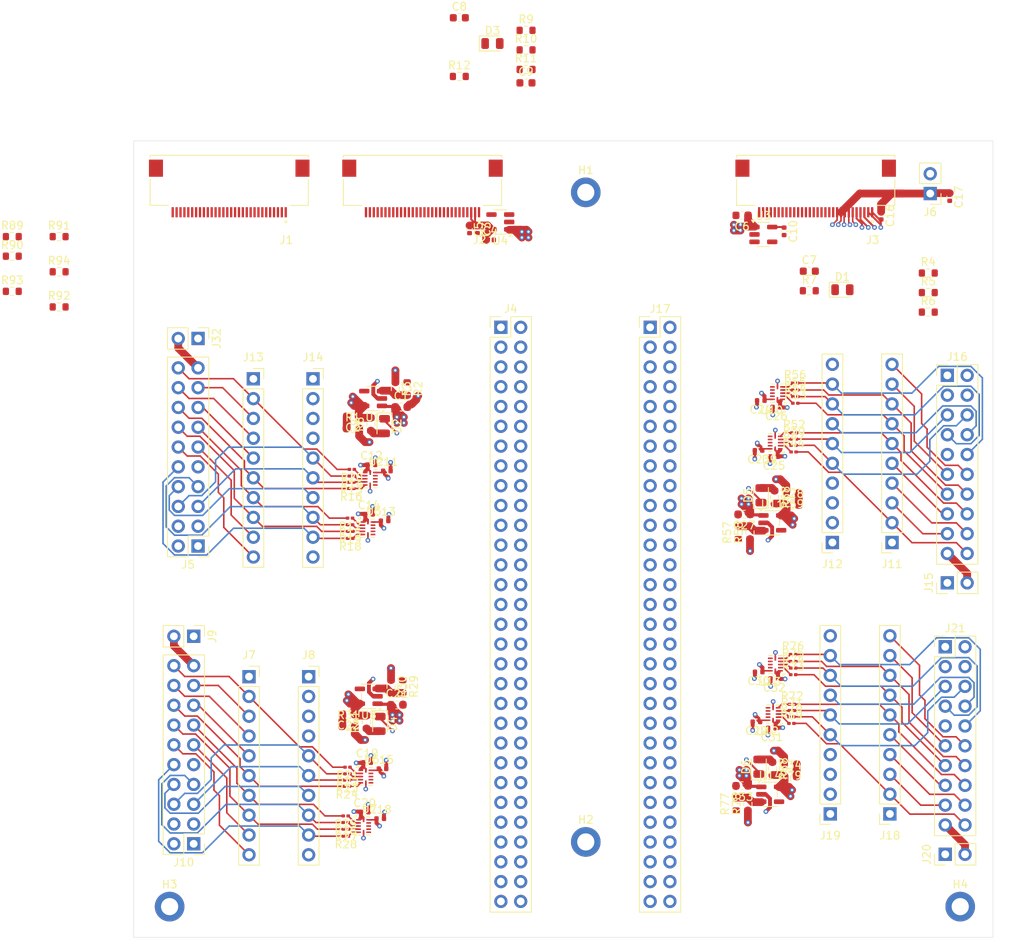
<source format=kicad_pcb>
(kicad_pcb (version 20241229) (generator "pcbnew") (generator_version "9.0")
  (layers (0 "F.Cu" signal) (4 "In1.Cu" signal) (6 "In2.Cu" signal) (2 "B.Cu" signal) (13 "F.Paste" user) (15 "B.Paste" user) (5 "F.SilkS" user "F.Silkscreen") (7 "B.SilkS" user "B.Silkscreen") (1 "F.Mask" user) (3 "B.Mask" user) (25 "Edge.Cuts" user))
  (net 0 "")
  (net 1 "+3.3V")
  (net 2 "Net-(U4-VOUT)")
  (net 3 "Net-(C9-Pad2)")
  (net 4 "Net-(D2-A)")
  (net 5 "Net-(D3-A)")
  (net 6 "PE10_EXTI10")
  (net 7 "PB2_EXTI2")
  (net 8 "PA0_ADCIN5")
  (net 9 "PA1_ADCIN6")
  (net 10 "PD13")
  (net 11 "PE6_EXTI6")
  (net 12 "PD11")
  (net 13 "PC1_ADCIN2")
  (net 14 "PE2")
  (net 15 "PB13_SPI2_SCK")
  (net 16 "PE13_SPI1_SCK")
  (net 17 "PA2_ADCIN7")
  (net 18 "PD10")
  (net 19 "PC13_EXTI13")
  (net 20 "BRSW_CTL_C")
  (net 21 "PE3_TIM3_CH1")
  (net 22 "/GP_SUB/GP_EN")
  (net 23 "PB1_EXTI1")
  (net 24 "PA3_ADCIN8")
  (net 25 "PC3_ADCIN4")
  (net 26 "PB14_SPI2_MISO")
  (net 27 "PC0_EXTI0")
  (net 28 "PE7")
  (net 29 "PB0_ADCIN15")
  (net 30 "PA7_SPI1_MOSI")
  (net 31 "PB11_I2C2_SDA")
  (net 32 "PC6")
  (net 33 "PE5_EXTI5")
  (net 34 "PA10")
  (net 35 "PE12_EXTI12")
  (net 36 "PD15_EXTI15")
  (net 37 "PE14_SPI1_MISO")
  (net 38 "PA9")
  (net 39 "PB10_I2C2_SCL")
  (net 40 "PE8")
  (net 41 "PD4")
  (net 42 "PE9_EXTI9")
  (net 43 "Net-(C7-Pad2)")
  (net 44 "Net-(D1-A)")
  (net 46 "Net-(U3-EN)")
  (net 65 "Net-(C22-Pad2)")
  (net 66 "Net-(C28-Pad2)")
  (net 67 "Net-(C34-Pad2)")
  (net 77 "Net-(D4-A)")
  (net 78 "Net-(D5-A)")
  (net 83 "Net-(D6-A)")
  (net 94 "/GP_SUB1/TP2_Pin14")
  (net 95 "/GP_SUB1/TP6_Pin7")
  (net 96 "/GP_SUB1/TP15_Pin12")
  (net 103 "P3V3_LOCAL")
  (net 108 "Net-(J32-Pin_2)")
  (net 113 "VBUS")
  (net 114 "GND")
  (net 115 "Net-(C2-Pad2)")
  (net 124 "/GP_SUB1/TP13_Pin9")
  (net 126 "/GP_SUB1/TP7_Pin11")
  (net 130 "/GP_SUB1/GP_EN")
  (net 136 "/GP_SUB1/TP16_Pin16")
  (net 139 "/GP_SUB1/TP8_Pin13")
  (net 146 "/GP_SUB1/TP12_Pin8")
  (net 151 "/GP_SUB1/P7")
  (net 152 "/GP_SUB1/P14")
  (net 158 "Net-(U1-EN)")
  (net 159 "PD14")
  (net 160 "PC2_ADCIN3")
  (net 161 "PB15_SPI2_MOSI")
  (net 163 "Net-(U4-EN)")
  (net 164 "/GP_SUB/TP7_Pin11")
  (net 165 "/GP_SUB/TP13_Pin9")
  (net 166 "/GP_SUB/TP15_Pin12")
  (net 167 "/GP_SUB/TP16_Pin16")
  (net 168 "/GP_SUB/TP12_Pin8")
  (net 169 "/GP_SUB/TP8_Pin13")
  (net 170 "/GP_SUB/TP6_Pin7")
  (net 171 "/GP_SUB/TP2_Pin14")
  (net 172 "Net-(U5-A4)")
  (net 173 "Net-(U5-A3)")
  (net 174 "Net-(U5-A2)")
  (net 175 "Net-(U2-A4)")
  (net 176 "Net-(U5-A1)")
  (net 177 "Net-(U2-A3)")
  (net 178 "Net-(U2-A2)")
  (net 179 "Net-(U2-A1)")
  (net 180 "/GP_SUB/P16")
  (net 181 "/GP_SUB/P13")
  (net 182 "/GP_SUB/P11")
  (net 183 "/GP_SUB/P7")
  (net 184 "/GP_SUB/P14")
  (net 185 "/GP_SUB/P12")
  (net 186 "/GP_SUB/P9")
  (net 187 "HMI_EN")
  (net 197 "/GP_SUB1/P11")
  (net 198 "/GP_SUB1/P13")
  (net 199 "/GP_SUB1/P9")
  (net 201 "/GP_SUB1/P16")
  (net 203 "/GP_SUB1/P12")
  (net 204 "/GP_SUB1/P8")
  (net 205 "/GP_SUB/P8")
  (net 208 "Net-(J10-Pin_19)")
  (net 213 "/GP_SUB2/P13")
  (net 214 "/GP_SUB2/P11")
  (net 215 "/GP_SUB2/P14")
  (net 216 "/GP_SUB2/P7")
  (net 217 "/GP_SUB2/P12")
  (net 219 "/GP_SUB2/P16")
  (net 220 "/GP_SUB2/P8")
  (net 223 "/GP_SUB2/P9")
  (net 225 "Net-(J15-Pin_2)")
  (net 230 "/GP_SUB2/GP_EN")
  (net 231 "/GP_SUB3/TP7_Pin11")
  (net 232 "/GP_SUB3/TP2_Pin14")
  (net 233 "/GP_SUB3/GP_EN")
  (net 234 "/GP_SUB2/TP12_Pin8")
  (net 235 "/GP_SUB2/TP16_Pin16")
  (net 236 "/GP_SUB3/TP8_Pin13")
  (net 237 "/GP_SUB2/TP13_Pin9")
  (net 238 "/GP_SUB3/TP15_Pin12")
  (net 239 "/GP_SUB2/TP2_Pin14")
  (net 240 "/GP_SUB2/TP7_Pin11")
  (net 241 "/GP_SUB2/TP8_Pin13")
  (net 242 "/GP_SUB2/TP15_Pin12")
  (net 243 "/GP_SUB3/TP13_Pin9")
  (net 244 "/GP_SUB3/TP6_Pin7")
  (net 245 "/GP_SUB3/TP16_Pin16")
  (net 246 "/GP_SUB3/TP12_Pin8")
  (net 247 "/GP_SUB2/TP6_Pin7")
  (net 248 "/GP_SUB3/P11")
  (net 249 "/GP_SUB3/P7")
  (net 250 "/GP_SUB3/P13")
  (net 251 "/GP_SUB3/P14")
  (net 252 "/GP_SUB3/P9")
  (net 253 "/GP_SUB3/P12")
  (net 257 "/GP_SUB3/P16")
  (net 258 "/GP_SUB3/P8")
  (net 260 "Net-(J20-Pin_2)")
  (net 265 "Net-(U6-A1)")
  (net 266 "Net-(U6-A2)")
  (net 267 "Net-(U6-A3)")
  (net 268 "Net-(U6-A4)")
  (net 269 "Net-(U7-A1)")
  (net 270 "Net-(U7-A2)")
  (net 271 "Net-(U7-A3)")
  (net 272 "Net-(U7-A4)")
  (net 273 "Net-(U8-EN)")
  (net 274 "Net-(U9-A1)")
  (net 275 "Net-(U9-A2)")
  (net 276 "Net-(U9-A3)")
  (net 277 "Net-(U9-A4)")
  (net 278 "Net-(U10-A1)")
  (net 279 "Net-(U10-A2)")
  (net 280 "Net-(U10-A3)")
  (net 281 "Net-(U10-A4)")
  (net 282 "Net-(U11-EN)")
  (net 283 "Net-(U12-A1)")
  (net 284 "Net-(U12-A2)")
  (net 285 "Net-(U12-A3)")
  (net 286 "Net-(U12-A4)")
  (net 287 "Net-(U13-A1)")
  (net 288 "Net-(U13-A2)")
  (net 289 "Net-(U13-A3)")
  (net 290 "Net-(U13-A4)")
  (net 291 "Net-(U14-EN)")
  (net 295 "PROT_EN")
  (footprint "Capacitor_SMD:C_0603_1608Metric" (layer "F.Cu") (at 113.315 106.06)
    (property "Reference" "C21")
    (property "Value" "1uF")
  )
  (footprint "Resistor_SMD:R_0603_1608Metric" (layer "F.Cu") (at 156.85176 118.789 90)
    (property "Reference" "R77")
    (property "Value" "4k7")
  )
  (footprint "Connector_PinHeader_2.54mm:PinHeader_1x02_P2.54mm_Vertical" (layer "F.Cu") (at 87.24 97.26 -90)
    (property "Reference" "J9")
    (property "Value" "Conn_01x02")
  )
  (footprint "Resistor_SMD:R_0603_1608Metric" (layer "F.Cu") (at 166.2325 52.925)
    (property "Reference" "R7")
    (property "Value" "1k")
  )
  (footprint "Resistor_SMD:R_0201_0603Metric" (layer "F.Cu") (at 164.4115 65.659)
    (property "Reference" "R55")
    (property "Value" "0R")
  )
  (footprint "Resistor_SMD:R_0603_1608Metric" (layer "F.Cu") (at 181.5 55.67)
    (property "Reference" "R6")
    (property "Value" "1R")
  )
  (footprint "Capacitor_SMD:C_0402_1005Metric" (layer "F.Cu") (at 159.73926 101.839 180)
    (property "Reference" "C30")
    (property "Value" "100nF")
  )
  (footprint "Capacitor_SMD:C_0603_1608Metric" (layer "F.Cu") (at 113.875 67.85)
    (property "Reference" "C1")
    (property "Value" "1uF")
  )
  (footprint "Connector_PinHeader_2.54mm:PinHeader_2x30_P2.54mm_Vertical" (layer "F.Cu") (at 126.66 57.62)
    (property "Reference" "J4")
    (property "Value" "Conn_02x30_Counter_Clockwise")
  )
  (footprint "LED_SMD:LED_0805_2012Metric" (layer "F.Cu") (at 111.725 70.2875 -90)
    (property "Reference" "D2")
    (property "Value" "LED")
  )
  (footprint "Resistor_SMD:R_0603_1608Metric" (layer "F.Cu") (at 114.625 65.5 -90)
    (property "Reference" "R2")
    (property "Value" "4k7")
  )
  (footprint "Resistor_SMD:R_0603_1608Metric" (layer "F.Cu") (at 157.124 83.959 90)
    (property "Reference" "R57")
    (property "Value" "4k7")
  )
  (footprint "Package_DFN_QFN:Texas_R-PUQFN-N12" (layer "F.Cu") (at 161.58426 107.239 180)
    (property "Reference" "U12")
    (property "Value" "TXB0104RUT")
  )
  (footprint "Package_TO_SOT_SMD:SOT-23-5" (layer "F.Cu") (at 109.7025 104.96 180)
    (property "Reference" "U8")
    (property "Value" "TPS76333")
  )
  (footprint "Resistor_SMD:R_0201_0603Metric" (layer "F.Cu") (at 163.94176 107.589)
    (property "Reference" "R70")
    (property "Value" "0R")
  )
  (footprint "Resistor_SMD:R_0201_0603Metric" (layer "F.Cu") (at 106.9 116.51 180)
    (property "Reference" "R24")
    (property "Value" "0R")
  )
  (footprint "Resistor_SMD:R_0201_0603Metric" (layer "F.Cu") (at 164.17176 102.189)
    (property "Reference" "R73")
    (property "Value" "0R")
  )
  (footprint "Package_DFN_QFN:Texas_R-PUQFN-N12" (layer "F.Cu") (at 162.149 66.059 180)
    (property "Reference" "U10")
    (property "Value" "TXB0104RUT")
  )
  (footprint "Capacitor_SMD:C_0402_1005Metric" (layer "F.Cu") (at 159.719 73.409 180)
    (property "Reference" "C23")
    (property "Value" "100nF")
  )
  (footprint "Connector_PinSocket_2.54mm:PinSocket_1x10_P2.54mm_Vertical" (layer "F.Cu") (at 168.92676 120.059 180)
    (property "Reference" "J19")
    (property "Value" "Conn_01x10")
  )
  (footprint "Resistor_SMD:R_0603_1608Metric" (layer "F.Cu") (at 181.5 53.16)
    (property "Reference" "R5")
    (property "Value" "9k1")
  )
  (footprint "MountingHole:MountingHole_2.2mm_M2_DIN965_Pad" (layer "F.Cu") (at 84.15 131.95)
    (property "Reference" "H3")
    (property "Value" "MountingHole_Pad")
  )
  (footprint "Resistor_SMD:R_0603_1608Metric" (layer "F.Cu") (at 63.965 45.98)
    (property "Reference" "R89")
    (property "Value" "1R")
  )
  (footprint "Capacitor_SMD:C_0603_1608Metric" (layer "F.Cu") (at 164.099 80.409)
    (property "Reference" "C28")
    (property "Value" "4.7uF")
  )
  (footprint "MountingHole:MountingHole_2.2mm_M2_DIN965_Pad" (layer "F.Cu") (at 185.6 131.95)
    (property "Reference" "H4")
    (property "Value" "MountingHole_Pad")
  )
  (footprint "Connector_PinSocket_2.54mm:PinSocket_1x10_P2.54mm_Vertical" (layer "F.Cu") (at 94.9 64.23)
    (property "Reference" "J13")
    (property "Value" "Conn_01x10")
  )
  (footprint "Resistor_SMD:R_0603_1608Metric" (layer "F.Cu") (at 109.975 70.05 90)
    (property "Reference" "R8")
    (property "Value" "1k")
  )
  (footprint "Connector_PinSocket_2.54mm:PinSocket_1x10_P2.54mm_Vertical" (layer "F.Cu") (at 176.57676 120.059 180)
    (property "Reference" "J18")
    (property "Value" "Conn_01x10")
  )
  (footprint "Connector_PinHeader_2.54mm:PinHeader_1x02_P2.54mm_Vertical" (layer "F.Cu") (at 183.949 90.409 90)
    (property "Reference" "J15")
    (property "Value" "Conn_01x02")
  )
  (footprint "F31L-1A7H1-11030:AMPHENOL_F31L-1A7H1-11030" (layer "F.Cu") (at 167.05 38.76 180)
    (property "Reference" "J3")
    (property "Value" "F31L-1A7H1-11030")
  )
  (footprint "Resistor_SMD:R_0201_0603Metric" (layer "F.Cu") (at 163.99676 106.789)
    (property "Reference" "R71")
    (property "Value" "0R")
  )
  (footprint "Resistor_SMD:R_0603_1608Metric" (layer "F.Cu") (at 63.965 53)
    (property "Reference" "R93")
    (property "Value" "0R")
  )
  (footprint "Resistor_SMD:R_0201_0603Metric" (layer "F.Cu") (at 106.745 121.16 180)
    (property "Reference" "R26")
    (property "Value" "0R")
  )
  (footprint "MountingHole:MountingHole_2.2mm_M2_DIN965_Pad" (layer "F.Cu") (at 137.55 123.65)
    (property "Reference" "H2")
    (property "Value" "MountingHole_Pad")
  )
  (footprint "Resistor_SMD:R_0603_1608Metric" (layer "F.Cu") (at 109.415 108.26 90)
    (property "Reference" "R41")
    (property "Value" "1k")
  )
  (footprint "Resistor_SMD:R_0603_1608Metric" (layer "F.Cu") (at 129.89 22.02)
    (property "Reference" "R10")
    (property "Value" "9k1")
  )
  (footprint "Package_DFN_QFN:Texas_R-PUQFN-N12" (layer "F.Cu") (at 109.04 121.61)
    (property "Reference" "U7")
    (property "Value" "TXB0104RUT")
  )
  (footprint "Capacitor_SMD:C_0402_1005Metric" (layer "F.Cu") (at 110.05 75.25)
    (property "Reference" "C12")
    (property "Value" "100nF")
  )
  (footprint "LED_SMD:LED_0805_2012Metric" (layer "F.Cu") (at 170.4825 52.79)
    (property "Reference" "D1")
    (property "Value" "LED")
  )
  (footprint "Resistor_SMD:R_0603_1608Metric" (layer "F.Cu") (at 129.89 24.53)
    (property "Reference" "R11")
    (property "Value" "1R")
  )
  (footprint "Connector_PinHeader_2.54mm:PinHeader_1x02_P2.54mm_Vertical" (layer "F.Cu") (at 183.67676 125.239 90)
    (property "Reference" "J20")
    (property "Value" "Conn_01x02")
  )
  (footprint "Capacitor_SMD:C_0402_1005Metric" (layer "F.Cu") (at 160.0115 67.009 180)
    (property "Reference" "C24")
    (property "Value" "100nF")
  )
  (footprint "Connector_PinHeader_2.54mm:PinHeader_2x10_P2.54mm_Vertical" (layer "F.Cu") (at 87.24 123.89 180)
    (property "Reference" "J10")
    (property "Value" "Conn_02x10_Odd_Even")
  )
  (footprint "Resistor_SMD:R_0201_0603Metric" (layer "F.Cu") (at 106.745 120.31 180)
    (property "Reference" "R25")
    (property "Value" "0R")
  )
  (footprint "Capacitor_SMD:C_0402_1005Metric" (layer "F.Cu") (at 111.7375 82.45)
    (property "Reference" "C13")
    (property "Value" "100nF")
  )
  (footprint "Resistor_SMD:R_0201_0603Metric" (layer "F.Cu") (at 106.7775 122.01 180)
    (property "Reference" "R27")
    (property "Value" "0R")
  )
  (footprint "Capacitor_SMD:C_0402_1005Metric" (layer "F.Cu") (at 175.45 43.3 -90)
    (property "Reference" "C16")
    (property "Value" "4.7uF")
  )
  (footprint "Resistor_SMD:R_0201_0603Metric" (layer "F.Cu") (at 107.305 82.95 180)
    (property "Reference" "R15")
    (property "Value" "0R")
  )
  (footprint "Resistor_SMD:R_0603_1608Metric" (layer "F.Cu") (at 121.325 25.425)
    (property "Reference" "R12")
    (property "Value" "1k")
  )
  (footprint "LED_SMD:LED_0805_2012Metric" (layer "F.Cu") (at 160.024 79.1715 90)
    (property "Reference" "D5")
    (property "Value" "LED")
  )
  (footprint "Connector_PinHeader_2.54mm:PinHeader_2x10_P2.54mm_Vertical" (layer "F.Cu") (at 183.67676 98.609)
    (property "Reference" "J21")
    (property "Value" "Conn_02x10_Odd_Even")
  )
  (footprint "Resistor_SMD:R_0201_0603Metric" (layer "F.Cu") (at 164.17176 101.339)
    (property "Reference" "R74")
    (property "Value" "0R")
  )
  (footprint "Package_TO_SOT_SMD:SOT-23-5" (layer "F.Cu") (at 126.5875 44.1 180)
    (property "Reference" "U4")
    (property "Value" "TPS76333")
  )
  (footprint "Capacitor_SMD:C_0603_1608Metric" (layer "F.Cu") (at 107.09 107.26 180)
    (property "Reference" "C22")
    (property "Value" "4.7uF")
  )
  (footprint "Capacitor_SMD:C_0402_1005Metric" (layer "F.Cu") (at 123.65 45.05 -90)
    (property "Reference" "C3")
    (property "Value" "100nF")
  )
  (footprint "Resistor_SMD:R_0603_1608Metric" (layer "F.Cu") (at 161.774 79.409 -90)
    (property "Reference" "R68")
    (property "Value" "1k")
  )
  (footprint "Capacitor_SMD:C_0402_1005Metric" (layer "F.Cu") (at 125.27 46.4)
    (property "Reference" "C4")
    (property "Value" "4.7uF")
  )
  (footprint "Resistor_SMD:R_0201_0603Metric" (layer "F.Cu") (at 107.3375 83.8 180)
    (property "Reference" "R19")
    (property "Value" "0R")
  )
  (footprint "Package_TO_SOT_SMD:SOT-23-5" (layer "F.Cu") (at 110.2625 66.75 180)
    (property "Reference" "U1")
    (property "Value" "TPS76333")
  )
  (footprint "Connector_PinHeader_2.54mm:PinHeader_1x02_P2.54mm_Vertical" (layer "F.Cu") (at 87.8 59.05 -90)
    (property "Reference" "J32")
    (property "Value" "Conn_01x02")
  )
  (footprint "Connector_PinHeader_2.54mm:PinHeader_1x02_P2.54mm_Vertical" (layer "F.Cu") (at 181.75 40.45 180)
    (property "Reference" "J6")
    (property "Value" "Conn_01x02")
  )
  (footprint "Capacitor_SMD:C_0402_1005Metric" (layer "F.Cu") (at 122.635 45.05 -90)
    (property "Reference" "C5")
    (property "Value" "100nF")
  )
  (footprint "Resistor_SMD:R_0201_0603Metric" (layer "F.Cu") (at 106.975 114.06 180)
    (property "Reference" "R21")
    (property "Value" "0R")
  )
  (footprint "Resistor_SMD:R_0201_0603Metric" (layer "F.Cu") (at 106.7775 122.91 180)
    (property "Reference" "R28")
    (property "Value" "0R")
  )
  (footprint "Resistor_SMD:R_0201_0603Metric" (layer "F.Cu") (at 164.289 71.159)
    (property "Reference" "R52")
    (property "Value" "0R")
  )
  (footprint "Resistor_SMD:R_0201_0603Metric" (layer "F.Cu") (at 164.13926 99.589)
    (property "Reference" "R76")
    (property "Value" "0R")
  )
  (footprint "Resistor_SMD:R_0603_1608Metric" (layer "F.Cu") (at 113.125 65.5 -90)
    (property "Reference" "R3")
    (property "Value" "9k1")
  )
  (footprint "Package_TO_SOT_SMD:SOT-23-5" (layer "F.Cu") (at 161.21426 117.539)
    (property "Reference" "U14")
    (property "Value" "TPS76333")
  )
  (footprint "Connector_PinSocket_2.54mm:PinSocket_1x10_P2.54mm_Vertical" (layer "F.Cu") (at 101.99 102.44)
    (property "Reference" "J8")
    (property "Value" "Conn_01x10")
  )
  (footprint "Resistor_SMD:R_0201_0603Metric" (layer "F.Cu") (at 164.13926 100.489)
    (property "Reference" "R75")
    (property "Value" "0R")
  )
  (footprint "Package_DFN_QFN:Texas_R-PUQFN-N12" (layer "F.Cu") (at 109.3325 115.26)
    (property "Reference" "U6")
    (property "Value" "TXB0104RUT")
  )
  (footprint "Capacitor_SMD:C_0402_1005Metric" (layer "F.Cu") (at 111.1775 120.66)
    (property "Reference" "C18")
    (property "Value" "100nF")
  )
  (footprint "Resistor_SMD:R_0201_0603Metric" (layer "F.Cu") (at 107.535 76.7 180)
    (property "Reference" "R14")
    (property "Value" "0R")
  )
  (footprint "Capacitor_SMD:C_0402_1005Metric" (layer "F.Cu") (at 109.1775 119.81)
    (property "Reference" "C20")
    (property "Value" "100nF")
  )
  (footprint "Resistor_SMD:R_0201_0603Metric" (layer "F.Cu") (at 107.535 75.85 180)
    (property "Reference" "R20")
    (property "Value" "0R")
  )
  (footprint "Capacitor_SMD:C_0402_1005Metric" (layer "F.Cu") (at 163 45.3 -90)
    (property "Reference" "C10")
    (property "Value" "100nF")
  )
  (footprint "Resistor_SMD:R_0603_1608Metric" (layer "F.Cu") (at 63.965 48.49)
    (property "Reference" "R90")
    (property "Value" "1R")
  )
  (footprint "Resistor_SMD:R_0201_0603Metric" (layer "F.Cu") (at 164.444 67.359)
    (property "Reference" "R53")
    (property "Value" "0R")
  )
  (footprint "Resistor_SMD:R_0201_0603Metric" (layer "F.Cu") (at 164.214 73.609)
    (property "Reference" "R44")
    (property "Value" "0R")
  )
  (footprint "Resistor_SMD:R_0603_1608Metric" (layer "F.Cu") (at 158.624 83.959 90)
    (property "Reference" "R58")
    (property "Value" "9k1")
  )
  (footprint "Capacitor_SMD:C_0603_1608Metric" (layer "F.Cu") (at 107.65 69.05 180)
    (property "Reference" "C2")
    (property "Value" "4.7uF")
  )
  (footprint "Package_DFN_QFN:Texas_R-PUQFN-N12" (layer "F.Cu") (at 109.6 83.4)
    (property "Reference" "U5")
    (property "Value" "TXB0104RUT")
  )
  (footprint "Resistor_SMD:R_0201_0603Metric" (layer "F.Cu") (at 107.48 77.5 180)
    (property "Reference" "R13")
    (property "Value" "0R")
  )
  (footprint "F31L-1A7H1-11030:AMPHENOL_F31L-1A7H1-11030" (layer "F.Cu") (at 91.8 38.76 180)
    (property "Reference" "J1")
    (property "Value" "F31L-1A7H1-11030")
  )
  (footprint "Connector_PinHeader_2.54mm:PinHeader_2x30_P2.54mm_Vertical" (layer "F.Cu") (at 145.81 57.62)
    (property "Reference" "J17")
    (property "Value" "Conn_02x30_Counter_Clockwise")
  )
  (footprint "Connector_PinHeader_2.54mm:PinHeader_2x10_P2.54mm_Vertical" (layer "F.Cu") (at 183.949 63.779)
    (property "Reference" "J16")
    (property "Value" "Conn_02x10_Odd_Even")
  )
  (footprint "Resistor_SMD:R_0603_1608Metric" (layer "F.Cu") (at 158.35176 118.789 90)
    (property "Reference" "R78")
    (property "Value" "9k1")
  )
  (footprint "Package_DFN_QFN:Texas_R-PUQFN-N12" (layer "F.Cu") (at 109.8925 77.05)
    (property "Reference" "U2")
    (property "Value" "TXB0104RUT")
  )
  (footprint "Resistor_SMD:R_0201_0603Metric" (layer "F.Cu") (at 164.269 71.959)
    (property "Reference" "R50")
    (property "Value" "0R")
  )
  (footprint "Capacitor_SMD:C_0402_1005Metric" (layer "F.Cu") (at 161.699 74.209 180)
    (property "Reference" "C25")
    (property "Value" "100nF")
  )
  (footprint "Capacitor_SMD:C_0603_1608Metric" (layer "F.Cu") (at 163.82676 115.239)
    (property "Reference" "C34")
    (property "Value" "4.7uF")
  )
  (footprint "Connector_PinSocket_2.54mm:PinSocket_1x10_P2.54mm_Vertical" (layer "F.Cu") (at 102.55 64.23)
    (property "Reference" "J14")
    (property "Value" "Conn_01x10")
  )
  (footprint "Connector_PinSocket_2.54mm:PinSocket_1x10_P2.54mm_Vertical" (layer "F.Cu") (at 94.34 102.44)
    (property "Reference" "J7")
    (property "Value" "Conn_01x10")
  )
  (footprint "Resistor_SMD:R_0201_0603Metric" (layer "F.Cu") (at 164.214 72.759)
    (property "Reference" "R47")
    (property "Value" "0R")
  )
  (footprint "Resistor_SMD:R_0603_1608Metric" (layer "F.Cu") (at 69.975 50.49)
    (property "Reference" "R94")
    (property "Value" "0R")
  )
  (footprint "Resistor_SMD:R_0603_1608Metric" (layer "F.Cu") (at 161.50176 114.239 -90)
    (property "Reference" "R88")
    (property "Value" "1k")
  )
  (footprint "Resistor_SMD:R_0603_1608Metric" (layer "F.Cu") (at 114.065 103.71 -90)
    (property "Reference" "R29")
    (property "Value" "4k7")
  )
  (footprint "Package_TO_SOT_SMD:SOT-23-5" (layer "F.Cu") (at 161.4865 82.709)
    (property "Reference" "U11")
    (property "Value" "TPS76333")
  )
  (footprint "Resistor_SMD:R_0201_0603Metric" (layer "F.Cu") (at 107.305 82.1 180)
    (property "Reference" "R17")
    (property "Value" "0R")
  )
  (footprint "Resistor_SMD:R_0201_0603Metric" (layer "F.Cu") (at 164.444 66.509)
    (property "Reference" "R54")
    (property "Value" "0R")
  )
  (footprint "Package_DFN_QFN:Texas_R-PUQFN-N12" (layer "F.Cu") (at 161.8565 72.409 180)
    (property "Reference" "U9")
    (property "Value" "TXB0104RUT")
  )
  (footprint "Resistor_SMD:R_0201_0603Metric" (layer "F.Cu") (at 163.94176 108.439)
    (property "Reference" "R69")
    (property "Value" "0R")
  )
  (footprint "Capacitor_SMD:C_0402_1005Metric" (layer "F.Cu") (at 162.0115 67.859 180)
    (property "Reference" "C26")
    (property "Value" "100nF")
  )
  (footprint "Connector_PinSocket_2.54mm:PinSocket_1x10_P2.54mm_Vertical" (layer "F.Cu") (at 176.849 85.229 180)
    (property "Reference" "J11")
    (property "Value" "Conn_01x10")
  )
  (footprint "Resistor_SMD:R_0201_0603Metric" (layer "F.Cu") (at 106.975 114.91 180)
    (property "Reference" "R22")
    (property "Value" "0R")
  )
  (footprint "Capacitor_SMD:C_0603_1608Metric" (layer "F.Cu") (at 166.2325 50.415)
    (property "Reference" "C7")
    (property "Value" "4.7uF")
  )
  (footprint "Capacitor_SMD:C_0603_1608Metric" (layer "F.Cu") (at 157.60176 116.439 180)
    (property "Reference" "C33")
    (property "Value" "1uF")
  )
  (footprint "Resistor_SMD:R_0603_1608Metric" (layer "F.Cu") (at 129.89 19.51)
    (property "Reference" "R9")
    (property "Value" "4k7")
  )
  (footprint "Capacitor_SMD:C_0402_1005Metric" (layer "F.Cu") (at 184.25 40.9 -90)
    (property "Reference" "C17")
    (property "Value" "100nF")
  )
  (footprint "Resistor_SMD:R_0201_0603Metric" (layer "F.Cu") (at 107.46 78.3 180)
    (property "Reference" "R16")
    (property "Value" "0R")
  )
  (footprint "Resistor_SMD:R_0603_1608Metric" (layer "F.Cu") (at 107.09 108.81)
    (property "Reference" "R31")
    (property "Value" "1R")
  )
  (footprint "LED_SMD:LED_0805_2012Metric" (layer "F.Cu") (at 159.75176 114.0015 90)
    (property "Reference" "D6")
    (property "Value" "LED")
  )
  (footprint "MountingHole:MountingHole_2.2mm_M2_DIN965_Pad" (layer "F.Cu") (at 137.55 40.3)
    (property "Reference" "H1")
    (property "Value" "MountingHole_Pad")
  )
  (footprint "Capacitor_SMD:C_0402_1005Metric" (layer "F.Cu") (at 161.42676 109.039 180)
    (property "Reference" "C31")
    (property "Value" "100nF")
  )
  (footprint "LED_SMD:LED_0805_2012Metric" (layer "F.Cu") (at 125.575 21.2)
    (property "Reference" "D3")
    (property "Value" "LED")
  )
  (footprint "Resistor_SMD:R_0603_1608Metric" (layer "F.Cu") (at 107.65 70.6)
    (property "Reference" "R1")
    (property "Value" "1R")
  )
  (footprint "Resistor_SMD:R_0603_1608Metric" (layer "F.Cu") (at 164.099 78.859 180)
    (property "Reference" "R59")
    (property "Value" "1R")
  )
  (footprint "Capacitor_SMD:C_0402_1005Metric" (layer "F.Cu") (at 111.47 114.26)
    (property "Reference" "C15")
    (property "Value" "100nF")
  )
  (footprint "Resistor_SMD:R_0603_1608Metric" (layer "F.Cu") (at 163.82676 113.689 180)
    (property "Reference" "R79")
    (property "Value" "1R")
  )
  (footprint "F31L-1A7H1-11030:AMPHENOL_F31L-1A7H1-11030" (layer "F.Cu") (at 116.6 38.76 180)
    (property "Reference" "J2")
    (property "Value" "F31L-1A7H1-11030")
  )
  (footprint "Capacitor_SMD:C_0402_1005Metric" (layer "F.Cu") (at 109.7375 81.6)
    (property "Reference" "C14")
    (property "Value" "100nF")
  )
  (footprint "Capacitor_SMD:C_0402_1005Metric" (layer "F.Cu") (at 161.73926 102.689 180)
    (property "Reference" "C32")
    (property "Value" "100nF")
  )
  (footprint "Capacitor_SMD:C_0402_1005Metric" (layer "F.Cu") (at 159.44676 108.239 180)
    (property "Reference" "C29")
    (property "Value" "100nF")
  )
  (footprint "Capacitor_SMD:C_0402_1005Metric" (layer "F.Cu") (at 109.49 113.46)
    (property "Reference" "C19")
    (property "Value" "100nF")
  )
  (footprint "Package_TO_SOT_SMD:SOT-23-5" (layer "F.Cu") (at 160.3375 45.7)
    (property "Reference" "U3")
    (property "Value" "TPS76333")
  )
  (footprint "Capacitor_SMD:C_0603_1608Metric" (layer "F.Cu") (at 157.874 81.609 180)
    (property "Reference" "C27")
    (property "Value" "1uF")
  )
  (footprint "Resistor_SMD:R_0201_0603Metric" (layer "F.Cu") (at 107.3375 84.7 180)
    (property "Reference" "R18")
    (property "Value" "0R")
  )
  (footprint "Capacitor_SMD:C_0603_1608Metric" (layer "F.Cu") (at 121.325 17.895)
    (property "Reference" "C8")
    (property "Value" "1uF")
  )
  (footprint "LED_SMD:LED_0805_2012Metric" (layer "F.Cu") (at 111.165 108.4975 -90)
    (property "Reference" "D4")
    (property "Value" "LED")
  )
  (footprint "Capacitor_SMD:C_0402_1005Metric" (layer "F.Cu") (at 112.03 76.05)
    (property "Reference" "C11")
    (property "Value" "100nF")
  )
  (footprint "Capacitor_SMD:C_0603_1608Metric" (layer "F.Cu") (at 129.875 26.25)
    (property "Reference" "C9")
    (property "Value" "4.7uF")
  )
  (footprint "Resistor_SMD:R_0201_0603Metric" (layer "F.Cu") (at 106.92 115.71 180)
    (property "Reference" "R23")
    (property "Value" "0R")
  )
  (footprint "Resistor_SMD:R_0201_0603Metric" (layer "F.Cu") (at 164.4115 64.759)
    (property "Reference" "R56")
    (property "Value" "0R")
  )
  (footprint "Resistor_SMD:R_0603_1608Metric" (layer "F.Cu") (at 112.565 103.71 -90)
    (property "Reference" "R30")
    (property "Value" "9k1")
  )
  (footprint "Resistor_SMD:R_0603_1608Metric" (layer "F.Cu") (at 69.975 45.98)
    (property "Reference" "R91")
    (property "Value" "0R")
  )
  (footprint "Package_DFN_QFN:Texas_R-PUQFN-N12" (layer "F.Cu") (at 161.87676 100.889 180)
    (property "Reference" "U13")
    (property "Value" "TXB0104RUT")
  )
  (footprint "Capacitor_SMD:C_0603_1608Metric" (layer "F.Cu") (at 157.6 43.25 180)
    (property "Reference" "C6")
    (property "Value" "1uF")
  )
  (footprint "Connector_PinHeader_2.54mm:PinHeader_2x10_P2.54mm_Vertical" (layer "F.Cu") (at 87.8 85.68 180)
    (property "Reference" "J5")
    (property "Value" "Conn_02x10_Odd_Even")
  )
  (footprint "Connector_PinSocket_2.54mm:PinSocket_1x10_P2.54mm_Vertical" (layer "F.Cu") (at 169.199 85.229 180)
    (property "Reference" "J12")
    (property "Value" "Conn_01x10")
  )
  (footprint "Resistor_SMD:R_0201_0603Metric" (layer "F.Cu") (at 164.01676 105.989)
    (property "Reference" "R72")
    (property "Value" "0R")
  )
  (footprint "Resistor_SMD:R_0603_1608Metric" (layer "F.Cu") (at 181.5 50.65)
    (property "Reference" "R4")
    (property "Value" "4k7")
  )
  (footprint "Resistor_SMD:R_0603_1608Metric" (layer "F.Cu") (at 69.975 55)
    (property "Reference" "R92")
    (property "Value" "0R")
  )
  (gr_rect (start 79.55 33.7) (end 189.8 135.9) (stroke (width 0.05)) (fill no) (layer "Edge.Cuts"))
  (segment (start 162.93 44.75) (end 163 44.82) (width 0.25) (layer "F.Cu") (net 1))
  (segment (start 161.475 44.75) (end 162.93 44.75) (width 0.25) (layer "F.Cu") (net 1))
  (segment (start 122.85 42.85) (end 122.85 43.77) (width 0.25) (layer "F.Cu") (net 2))
  (segment (start 125.45 45.05) (end 124.769 45.731) (width 1) (layer "F.Cu") (net 2))
  (segment (start 124.949 44.549) (end 122.635 44.549) (width 1) (layer "F.Cu") (net 2))
  (segment (start 123.35 42.85) (end 123.35 44.27) (width 0.25) (layer "F.Cu") (net 2))
  (segment (start 124.769 45.731) (end 124.769 46.4) (width 1) (layer "F.Cu") (net 2))
  (segment (start 123.35 44.27) (end 123.65 44.57) (width 0.25) (layer "F.Cu") (net 2))
  (segment (start 125.45 45.05) (end 124.949 44.549) (width 1) (layer "F.Cu") (net 2))
  (segment (start 122.85 43.77) (end 123.65 44.57) (width 0.25) (layer "F.Cu") (net 2))
  (segment (start 111.725 71.225) (end 110.325 71.225) (width 1) (layer "F.Cu") (net 4))
  (segment (start 110.325 71.225) (end 109.975 70.875) (width 1) (layer "F.Cu") (net 4))
  (segment (start 86.411 74.131) (end 85.26 72.98) (width 0.2) (layer "F.Cu") (net 7))
  (segment (start 91.10288 79.49712) (end 90.40288 78.79712) (width 0.2) (layer "F.Cu") (net 7))
  (segment (start 90.40288 76.45288) (end 88.081 74.131) (width 0.2) (layer "F.Cu") (net 7))
  (segment (start 90.40288 78.79712) (end 90.40288 76.45288) (width 0.2) (layer "F.Cu") (net 7))
  (segment (start 91.10288 83.29288) (end 91.10288 79.49712) (width 0.2) (layer "F.Cu") (net 7))
  (segment (start 88.081 74.131) (end 86.411 74.131) (width 0.2) (layer "F.Cu") (net 7))
  (segment (start 94.9 87.09) (end 91.10288 83.29288) (width 0.2) (layer "F.Cu") (net 7))
  (segment (start 180.52676 118.929) (end 183.67676 118.929) (width 0.2) (layer "F.Cu") (net 15))
  (segment (start 180.799 84.099) (end 183.949 84.099) (width 0.2) (layer "F.Cu") (net 15))
  (segment (start 176.849 80.149) (end 180.799 84.099) (width 0.2) (layer "F.Cu") (net 15))
  (segment (start 176.57676 114.979) (end 180.52676 118.929) (width 0.2) (layer "F.Cu") (net 15))
  (segment (start 90.95 65.36) (end 87.8 65.36) (width 0.2) (layer "F.Cu") (net 16))
  (segment (start 94.34 107.52) (end 90.39 103.57) (width 0.2) (layer "F.Cu") (net 16))
  (segment (start 90.39 103.57) (end 87.24 103.57) (width 0.2) (layer "F.Cu") (net 16))
  (segment (start 94.9 69.31) (end 90.95 65.36) (width 0.2) (layer "F.Cu") (net 16))
  (segment (start 92.049 81.699) (end 92.049 77.229) (width 0.2) (layer "F.Cu") (net 23))
  (segment (start 92.049 77.229) (end 87.8 72.98) (width 0.2) (layer "F.Cu") (net 23))
  (segment (start 94.9 84.55) (end 92.049 81.699) (width 0.2) (layer "F.Cu") (net 23))
  (segment (start 176.57676 109.899) (end 183.06676 116.389) (width 0.2) (layer "F.Cu") (net 26))
  (segment (start 183.06676 116.389) (end 183.67676 116.389) (width 0.2) (layer "F.Cu") (net 26))
  (segment (start 183.339 81.559) (end 183.949 81.559) (width 0.2) (layer "F.Cu") (net 26))
  (segment (start 176.849 75.069) (end 183.339 81.559) (width 0.2) (layer "F.Cu") (net 26))
  (segment (start 84.78324 81.751) (end 88.399 81.751) (width 0.2) (layer "B.Cu") (net 27))
  (segment (start 84.109 81.07676) (end 84.78324 81.751) (width 0.2) (layer "B.Cu") (net 27))
  (segment (start 85.26 78.06) (end 84.109 79.211) (width 0.2) (layer "B.Cu") (net 27))
  (segment (start 84.109 79.211) (end 84.109 81.07676) (width 0.2) (layer "B.Cu") (net 27))
  (segment (start 91.831 78.319) (end 101.399 78.319) (width 0.2) (layer "B.Cu") (net 27))
  (segment (start 88.399 81.751) (end 91.831 78.319) (width 0.2) (layer "B.Cu") (net 27))
  (segment (start 101.399 78.319) (end 102.55 79.47) (width 0.2) (layer "B.Cu") (net 27))
  (segment (start 94.34 122.76) (end 91.489 119.909) (width 0.2) (layer "F.Cu") (net 28))
  (segment (start 91.489 119.909) (end 91.489 115.439) (width 0.2) (layer "F.Cu") (net 28))
  (segment (start 91.489 115.439) (end 87.24 111.19) (width 0.2) (layer "F.Cu") (net 28))
  (segment (start 94.34 110.06) (end 89.239 104.959) (width 0.2) (layer "F.Cu") (net 30))
  (segment (start 86.089 104.959) (end 84.7 103.57) (width 0.2) (layer "F.Cu") (net 30))
  (segment (start 86.649 66.749) (end 85.26 65.36) (width 0.2) (layer "F.Cu") (net 30))
  (segment (start 89.799 66.749) (end 86.649 66.749) (width 0.2) (layer "F.Cu") (net 30))
  (segment (start 89.239 104.959) (end 86.089 104.959) (width 0.2) (layer "F.Cu") (net 30))
  (segment (start 94.9 71.85) (end 89.799 66.749) (width 0.2) (layer "F.Cu") (net 30))
  (segment (start 179.7 72.23) (end 183.949 76.479) (width 0.2) (layer "F.Cu") (net 32))
  (segment (start 176.849 64.909) (end 179.7 67.76) (width 0.2) (layer "F.Cu") (net 32))
  (segment (start 179.7 67.76) (end 179.7 72.23) (width 0.2) (layer "F.Cu") (net 32))
  (segment (start 170.35 71.14) (end 169.199 69.989) (width 0.2) (layer "B.Cu") (net 34))
  (segment (start 179.918 71.14) (end 170.35 71.14) (width 0.2) (layer "B.Cu") (net 34))
  (segment (start 187.64 68.38224) (end 186.96576 67.708) (width 0.2) (layer "B.Cu") (net 34))
  (segment (start 187.64 70.248) (end 187.64 68.38224) (width 0.2) (layer "B.Cu") (net 34))
  (segment (start 183.35 67.708) (end 179.918 71.14) (width 0.2) (layer "B.Cu") (net 34))
  (segment (start 186.489 71.399) (end 187.64 70.248) (width 0.2) (layer "B.Cu") (net 34))
  (segment (start 186.96576 67.708) (end 183.35 67.708) (width 0.2) (layer "B.Cu") (net 34))
  (segment (start 183.07776 102.538) (end 179.64576 105.97) (width 0.2) (layer "B.Cu") (net 35))
  (segment (start 186.69352 102.538) (end 183.07776 102.538) (width 0.2) (layer "B.Cu") (net 35))
  (segment (start 187.36776 103.21224) (end 186.69352 102.538) (width 0.2) (layer "B.Cu") (net 35))
  (segment (start 186.21676 106.229) (end 187.36776 105.078) (width 0.2) (layer "B.Cu") (net 35))
  (segment (start 187.36776 105.078) (end 187.36776 103.21224) (width 0.2) (layer "B.Cu") (net 35))
  (segment (start 170.07776 105.97) (end 168.92676 104.819) (width 0.2) (layer "B.Cu") (net 35))
  (segment (start 179.64576 105.97) (end 170.07776 105.97) (width 0.2) (layer "B.Cu") (net 35))
  (segment (start 180.37388 104.79188) (end 181.07388 105.49188) (width 0.2) (layer "F.Cu") (net 36))
  (segment (start 176.57676 97.199) (end 180.37388 100.99612) (width 0.2) (layer "F.Cu") (net 36))
  (segment (start 185.06576 110.158) (end 186.21676 111.309) (width 0.2) (layer "F.Cu") (net 36))
  (segment (start 181.07388 105.49188) (end 181.07388 107.83612) (width 0.2) (layer "F.Cu") (net 36))
  (segment (start 181.07388 107.83612) (end 183.39576 110.158) (width 0.2) (layer "F.Cu") (net 36))
  (segment (start 180.37388 100.99612) (end 180.37388 104.79188) (width 0.2) (layer "F.Cu") (net 36))
  (segment (start 183.39576 110.158) (end 185.06576 110.158) (width 0.2) (layer "F.Cu") (net 36))
  (segment (start 87.85 106.11) (end 87.24 106.11) (width 0.2) (layer "F.Cu") (net 37))
  (segment (start 88.41 67.9) (end 87.8 67.9) (width 0.2) (layer "F.Cu") (net 37))
  (segment (start 94.34 112.6) (end 87.85 106.11) (width 0.2) (layer "F.Cu") (net 37))
  (segment (start 94.9 74.39) (end 88.41 67.9) (width 0.2) (layer "F.Cu") (net 37))
  (segment (start 181.34612 70.66188) (end 181.34612 73.00612) (width 0.2) (layer "F.Cu") (net 38))
  (segment (start 181.34612 73.00612) (end 183.668 75.328) (width 0.2) (layer "F.Cu") (net 38))
  (segment (start 183.668 75.328) (end 185.338 75.328) (width 0.2) (layer "F.Cu") (net 38))
  (segment (start 180.64612 69.96188) (end 181.34612 70.66188) (width 0.2) (layer "F.Cu") (net 38))
  (segment (start 180.64612 66.16612) (end 180.64612 69.96188) (width 0.2) (layer "F.Cu") (net 38))
  (segment (start 185.338 75.328) (end 186.489 76.479) (width 0.2) (layer "F.Cu") (net 38))
  (segment (start 176.849 62.369) (end 180.64612 66.16612) (width 0.2) (layer "F.Cu") (net 38))
  (segment (start 87.521 112.341) (end 85.851 112.341) (width 0.2) (layer "F.Cu") (net 40))
  (segment (start 89.84288 117.00712) (end 89.84288 114.66288) (width 0.2) (layer "F.Cu") (net 40))
  (segment (start 90.54288 121.50288) (end 90.54288 117.70712) (width 0.2) (layer "F.Cu") (net 40))
  (segment (start 85.851 112.341) (end 84.7 111.19) (width 0.2) (layer "F.Cu") (net 40))
  (segment (start 94.34 125.3) (end 90.54288 121.50288) (width 0.2) (layer "F.Cu") (net 40))
  (segment (start 90.54288 117.70712) (end 89.84288 117.00712) (width 0.2) (layer "F.Cu") (net 40))
  (segment (start 89.84288 114.66288) (end 87.521 112.341) (width 0.2) (layer "F.Cu") (net 40))
  (segment (start 179.42776 102.59) (end 179.42776 107.06) (width 0.2) (layer "F.Cu") (net 41))
  (segment (start 179.42776 107.06) (end 183.67676 111.309) (width 0.2) (layer "F.Cu") (net 41))
  (segment (start 176.57676 99.739) (end 179.42776 102.59) (width 0.2) (layer "F.Cu") (net 41))
  (segment (start 84.7 116.27) (end 83.549 117.421) (width 0.2) (layer "B.Cu") (net 42))
  (segment (start 83.549 119.28676) (end 84.22324 119.961) (width 0.2) (layer "B.Cu") (net 42))
  (segment (start 91.271 116.529) (end 100.839 116.529) (width 0.2) (layer "B.Cu") (net 42))
  (segment (start 100.839 116.529) (end 101.99 117.68) (width 0.2) (layer "B.Cu") (net 42))
  (segment (start 87.839 119.961) (end 91.271 116.529) (width 0.2) (layer "B.Cu") (net 42))
  (segment (start 84.22324 119.961) (end 87.839 119.961) (width 0.2) (layer "B.Cu") (net 42))
  (segment (start 83.549 117.421) (end 83.549 119.28676) (width 0.2) (layer "B.Cu") (net 42))
  (segment (start 106.315 107.26) (end 106.315 108.76) (width 1) (layer "F.Cu") (net 65))
  (segment (start 106.315 108.76) (end 106.265 108.81) (width 1) (layer "F.Cu") (net 65))
  (segment (start 164.874 78.909) (end 164.924 78.859) (width 1) (layer "F.Cu") (net 66))
  (segment (start 164.874 80.409) (end 164.874 78.909) (width 1) (layer "F.Cu") (net 66))
  (segment (start 164.60176 115.239) (end 164.60176 113.739) (width 1) (layer "F.Cu") (net 67))
  (segment (start 164.60176 113.739) (end 164.65176 113.689) (width 1) (layer "F.Cu") (net 67))
  (segment (start 109.765 109.435) (end 109.415 109.085) (width 1) (layer "F.Cu") (net 77))
  (segment (start 111.165 109.435) (end 109.765 109.435) (width 1) (layer "F.Cu") (net 77))
  (segment (start 161.424 78.234) (end 161.774 78.584) (width 1) (layer "F.Cu") (net 78))
  (segment (start 160.024 78.234) (end 161.424 78.234) (width 1) (layer "F.Cu") (net 78))
  (segment (start 161.15176 113.064) (end 161.50176 113.414) (width 1) (layer "F.Cu") (net 83))
  (segment (start 159.75176 113.064) (end 161.15176 113.064) (width 1) (layer "F.Cu") (net 83))
  (segment (start 108.35 81.55) (end 108.85 81.55) (width 0.5) (layer "F.Cu") (net 103))
  (segment (start 109.6 82.6) (end 109.6 82.3) (width 0.25) (layer "F.Cu") (net 103))
  (segment (start 162.4915 67.859) (end 162.4915 67.1165) (width 0.5) (layer "F.Cu") (net 103))
  (segment (start 162.449 74.209) (end 162.179 74.209) (width 0.5) (layer "F.Cu") (net 103))
  (segment (start 108.6 69.225) (end 108.425 69.05) (width 1) (layer "F.Cu") (net 103))
  (segment (start 161.8565 73.365) (end 162.179 73.6875) (width 0.25) (layer "F.Cu") (net 103))
  (segment (start 162.624 81.759) (end 162.899 81.759) (width 1) (layer "F.Cu") (net 103))
  (segment (start 109.57 75.7715) (end 109.2425 76.099) (width 0.5) (layer "F.Cu") (net 103))
  (segment (start 162.22676 108.989) (end 162.17676 109.039) (width 0.5) (layer "F.Cu") (net 103))
  (segment (start 108.29 119.76) (end 108.59 119.76) (width 0.5) (layer "F.Cu") (net 103))
  (segment (start 109.57 75.25) (end 109.57 75.7715) (width 0.5) (layer "F.Cu") (net 103))
  (segment (start 109.3325 114.304) (end 109.01 113.9815) (width 0.25) (layer "F.Cu") (net 103))
  (segment (start 108.74 113.46) (end 109.01 113.46) (width 0.5) (layer "F.Cu") (net 103))
  (segment (start 109.04 120.81) (end 109.04 120.51) (width 0.25) (layer "F.Cu") (net 103))
  (segment (start 162.35176 116.589) (end 163.62676 116.589) (width 1) (layer "F.Cu") (net 103))
  (segment (start 107.865 106.61) (end 108.565 105.91) (width 1) (layer "F.Cu") (net 103))
  (segment (start 109.15 81.55) (end 109.2 81.6) (width 0.5) (layer "F.Cu") (net 103))
  (segment (start 109.8925 76.25) (end 109.8925 76.094) (width 0.25) (layer "F.Cu") (net 103))
  (segment (start 109.2575 81.6) (end 109.2575 82.3425) (width 0.5) (layer "F.Cu") (net 103))
  (segment (start 162.624 81.759) (end 163.899 81.759) (width 1) (layer "F.Cu") (net 103))
  (segment (start 162.87676 115.064) (end 163.05176 115.239) (width 1) (layer "F.Cu") (net 103))
  (segment (start 162.149 67.159) (end 162.899 67.909) (width 0.25) (layer "F.Cu") (net 103))
  (segment (start 109.25 75.3) (end 109.3 75.25) (width 0.5) (layer "F.Cu") (net 103))
  (segment (start 108.64 119.81) (end 108.6975 119.81) (width 0.5) (layer "F.Cu") (net 103))
  (segment (start 109.125 67.7) (end 108.85 67.7) (width 1) (layer "F.Cu") (net 103))
  (segment (start 108.565 105.91) (end 107.29 105.91) (width 1) (layer "F.Cu") (net 103))
  (segment (start 108.69 113.51) (end 108.74 113.46) (width 0.5) (layer "F.Cu") (net 103))
  (segment (start 109.3 75.25) (end 109.57 75.25) (width 0.5) (layer "F.Cu") (net 103))
  (segment (start 108.565 105.91) (end 108.29 105.91) (width 1) (layer "F.Cu") (net 103))
  (segment (start 109.01 113.46) (end 109.01 113.9815) (width 0.5) (layer "F.Cu") (net 103))
  (segment (start 161.58426 108.039) (end 161.58426 108.195) (width 0.25) (layer "F.Cu") (net 103))
  (segment (start 162.32676 102.739) (end 162.27676 102.689) (width 0.5) (layer "F.Cu") (net 103))
  (segment (start 162.599 67.909) (end 162.549 67.859) (width 0.5) (layer "F.Cu") (net 103))
  (segment (start 108.85 67.7) (end 107.65 66.5) (width 1) (layer "F.Cu") (net 103))
  (segment (start 161.774 80.234) (end 163.149 80.234) (width 1) (layer "F.Cu") (net 103))
  (segment (start 163.399 67.909) (end 162.899 67.909) (width 0.5) (layer "F.Cu") (net 103))
  (segment (start 162.35176 116.589) (end 162.62676 116.589) (width 1) (layer "F.Cu") (net 103))
  (segment (start 163.05176 115.889) (end 162.35176 116.589) (width 1) (layer "F.Cu") (net 103))
  (segment (start 161.58426 108.195) (end 161.90676 108.5175) (width 0.25) (layer "F.Cu") (net 103))
  (segment (start 109.975 69.225) (end 108.6 69.225) (width 1) (layer "F.Cu") (net 103))
  (segment (start 107.865 107.26) (end 107.865 106.61) (width 1) (layer "F.Cu") (net 103))
  (segment (start 162.149 66.859) (end 162.149 67.159) (width 0.25) (layer "F.Cu") (net 103))
  (segment (start 108.59 119.76) (end 108.64 119.81) (width 0.5) (layer "F.Cu") (net 103))
  (segment (start 108.09 113.51) (end 108.69 113.51) (width 0.5) (layer "F.Cu") (net 103))
  (segment (start 109.125 67.7) (end 107.85 67.7) (width 1) (layer "F.Cu") (net 103))
  (segment (start 162.899 81.759) (end 164.099 82.959) (width 1) (layer "F.Cu") (net 103))
  (segment (start 107.85 67.7) (end 107.45 67.3) (width 1) (layer "F.Cu") (net 103))
  (segment (start 163.899 81.759) (end 164.299 82.159) (width 1) (layer "F.Cu") (net 103))
  (segment (start 107.29 105.91) (end 106.89 105.51) (width 1) (layer "F.Cu") (net 103))
  (segment (start 162.21926 101.9465) (end 162.30176 101.864) (width 0.5) (layer "F.Cu") (net 103))
  (segment (start 109.415 107.435) (end 108.04 107.435) (width 1) (layer "F.Cu") (net 103))
  (segment (start 162.27676 102.689) (end 162.21926 102.689) (width 0.5) (layer "F.Cu") (net 103))
  (segment (start 108.6975 120.5525) (end 108.615 120.635) (width 0.5) (layer "F.Cu") (net 103))
  (segment (start 108.85 81.55) (end 109.15 81.55) (width 0.5) (layer "F.Cu") (net 103))
  (segment (start 107.79 119.76) (end 108.29 119.76) (width 0.5) (layer "F.Cu") (net 103))
  (segment (start 162.21926 102.689) (end 162.21926 101.9465) (width 0.5) (layer "F.Cu") (net 103))
  (segment (start 109.04 120.51) (end 108.29 119.76) (width 0.25) (layer "F.Cu") (net 103))
  (segment (start 108.04 107.435) (end 107.865 107.26) (width 1) (layer "F.Cu") (net 103))
  (segment (start 162.62676 102.739) (end 162.32676 102.739) (width 0.5) (layer "F.Cu") (net 103))
  (segment (start 162.499 74.159) (end 162.449 74.209) (width 0.5) (layer "F.Cu") (net 103))
  (segment (start 108.425 68.4) (end 109.125 67.7) (width 1) (layer "F.Cu") (net 103))
  (segment (start 163.324 81.059) (end 162.624 81.759) (width 1) (layer "F.Cu") (net 103))
  (segment (start 108.65 75.3) (end 109.25 75.3) (width 0.5) (layer "F.Cu") (net 103))
  (segment (start 109.2 81.6) (end 109.2575 81.6) (width 0.5) (layer "F.Cu") (net 103))
  (segment (start 162.549 67.859) (end 162.4915 67.859) (width 0.5) (layer "F.Cu") (net 103))
  (segment (start 162.899 67.909) (end 162.599 67.909) (width 0.5) (layer "F.Cu") (net 103))
  (segment (start 163.05176 115.239) (end 163.05176 115.889) (width 1) (layer "F.Cu") (net 103))
  (segment (start 108.29 105.91) (end 107.09 104.71) (width 1) (layer "F.Cu") (net 103))
  (segment (start 109.01 113.9815) (end 108.6825 114.309) (width 0.5) (layer "F.Cu") (net 103))
  (segment (start 162.4915 67.1165) (end 162.574 67.034) (width 0.5) (layer "F.Cu") (net 103))
  (segment (start 161.90676 108.5175) (end 162.23426 108.19) (width 0.5) (layer "F.Cu") (net 103))
  (segment (start 109.2575 82.3425) (end 109.175 82.425) (width 0.5) (layer "F.Cu") (net 103))
  (segment (start 163.324 80.409) (end 163.324 81.059) (width 1) (layer "F.Cu") (net 103))
  (segment (start 161.90676 109.039) (end 161.90676 108.5175) (width 0.5) (layer "F.Cu") (net 103))
  (segment (start 161.87676 101.689) (end 161.87676 101.989) (width 0.25) (layer "F.Cu") (net 103))
  (segment (start 108.425 69.05) (end 108.425 68.4) (width 1) (layer "F.Cu") (net 103))
  (segment (start 163.12676 102.739) (end 162.62676 102.739) (width 0.5) (layer "F.Cu") (net 103))
  (segment (start 108.6975 119.81) (end 108.6975 120.5525) (width 0.5) (layer "F.Cu") (net 103))
  (segment (start 161.8565 73.209) (end 161.8565 73.365) (width 0.25) (layer "F.Cu") (net 103))
  (segment (start 109.6 82.3) (end 108.85 81.55) (width 0.25) (layer "F.Cu") (net 103))
  (segment (start 162.179 74.209) (end 162.179 73.6875) (width 0.5) (layer "F.Cu") (net 103))
  (segment (start 161.87676 101.989) (end 162.62676 102.739) (width 0.25) (layer "F.Cu") (net 103))
  (segment (start 162.62676 116.589) (end 163.82676 117.789) (width 1) (layer "F.Cu") (net 103))
  (segment (start 162.82676 108.989) (end 162.22676 108.989) (width 0.5) (layer "F.Cu") (net 103))
  (segment (start 163.099 74.159) (end 162.499 74.159) (width 0.5) (layer "F.Cu") (net 103))
  (segment (start 163.62676 116.589) (end 164.02676 116.989) (width 1) (layer "F.Cu") (net 103))
  (segment (start 162.179 73.6875) (end 162.5065 73.36) (width 0.5) (layer "F.Cu") (net 103))
  (segment (start 162.17676 109.039) (end 161.90676 109.039) (width 0.5) (layer "F.Cu") (net 103))
  (segment (start 109.8925 76.094) (end 109.57 75.7715) (width 0.25) (layer "F.Cu") (net 103))
  (segment (start 163.149 80.234) (end 163.324 80.409) (width 1) (layer "F.Cu") (net 103))
  (segment (start 161.50176 115.064) (end 162.87676 115.064) (width 1) (layer "F.Cu") (net 103))
  (segment (start 109.3325 114.46) (end 109.3325 114.304) (width 0.25) (layer "F.Cu") (net 103))
  (via (at 107.65 66.5) (size 0.6) (drill 0.3) (layers "F.Cu" "B.Cu") (net 103))
  (via (at 106.89 105.51) (size 0.6) (drill 0.3) (layers "F.Cu" "B.Cu") (net 103))
  (via (at 163.399 67.909) (size 0.6) (drill 0.3) (layers "F.Cu" "B.Cu") (net 103))
  (via (at 108.09 113.51) (size 0.6) (drill 0.3) (layers "F.Cu" "B.Cu") (net 103))
  (via (at 163.12676 102.739) (size 0.6) (drill 0.3) (layers "F.Cu" "B.Cu") (net 103))
  (via (at 164.02676 116.989) (size 0.6) (drill 0.3) (layers "F.Cu" "B.Cu") (net 103))
  (via (at 164.099 82.959) (size 0.6) (drill 0.3) (layers "F.Cu" "B.Cu") (net 103))
  (via (at 107.09 104.71) (size 0.6) (drill 0.3) (layers "F.Cu" "B.Cu") (net 103))
  (via (at 107.45 67.3) (size 0.6) (drill 0.3) (layers "F.Cu" "B.Cu") (net 103))
  (via (at 162.82676 108.989) (size 0.6) (drill 0.3) (layers "F.Cu" "B.Cu") (net 103))
  (via (at 108.35 81.55) (size 0.6) (drill 0.3) (layers "F.Cu" "B.Cu") (net 103))
  (via (at 163.099 74.159) (size 0.6) (drill 0.3) (layers "F.Cu" "B.Cu") (net 103))
  (via (at 164.299 82.159) (size 0.6) (drill 0.3) (layers "F.Cu" "B.Cu") (net 103))
  (via (at 163.82676 117.789) (size 0.6) (drill 0.3) (layers "F.Cu" "B.Cu") (net 103))
  (via (at 107.79 119.76) (size 0.6) (drill 0.3) (layers "F.Cu" "B.Cu") (net 103))
  (via (at 108.65 75.3) (size 0.6) (drill 0.3) (layers "F.Cu" "B.Cu") (net 103))
  (segment (start 85.26 60.28) (end 85.26 59.05) (width 1) (layer "F.Cu") (net 108))
  (segment (start 87.8 62.82) (end 85.26 60.28) (width 1) (layer "F.Cu") (net 108))
  (segment (start 161.499 66.859) (end 160.6415 66.859) (width 0.2) (layer "F.Cu") (net 113))
  (segment (start 157.26426 115.1515) (end 157.330056 115.1515) (width 1) (layer "F.Cu") (net 113))
  (segment (start 113.6525 107.3475) (end 113.586704 107.3475) (width 1) (layer "F.Cu") (net 113))
  (segment (start 112.95 67.7) (end 113.1 67.85) (width 0.25) (layer "F.Cu") (net 113))
  (segment (start 170.3 43.95) (end 170.3 42.85) (width 0.2) (layer "F.Cu") (net 113))
  (segment (start 112.121318 76.811) (end 111.779 76.468682) (width 0.5) (layer "F.Cu") (net 113))
  (segment (start 112.7525 108.0975) (end 112.7525 106.2725) (width 1) (layer "F.Cu") (net 113))
  (segment (start 170.7 44.45) (end 170.7 42.95) (width 0.2) (layer "F.Cu") (net 113))
  (segment (start 159.27676 107.478) (end 159.355442 107.478) (width 0.5) (layer "F.Cu") (net 113))
  (segment (start 158.649 81.368204) (end 158.649 81.609) (width 1) (layer "F.Cu") (net 113))
  (segment (start 129.201 45.101) (end 130.2 46.1) (width 1) (layer "F.Cu") (net 113))
  (segment (start 129.951 45.101) (end 127.725 45.101) (width 1) (layer "F.Cu") (net 113))
  (segment (start 111.64 115.21) (end 111.64 115.021) (width 0.5) (layer "F.Cu") (net 113))
  (segment (start 110.79 114.46) (end 110.99 114.26) (width 0.2) (layer "F.Cu") (net 113))
  (segment (start 169.95 44.3) (end 170.3 43.95) (width 0.2) (layer "F.Cu") (net 113))
  (segment (start 114.2125 69.1375) (end 114.146704 69.1375) (width 1) (layer "F.Cu") (net 113))
  (segment (start 111.09 121.61) (end 110.6975 121.2175) (width 0.5) (layer "F.Cu") (net 113))
  (segment (start 159.627682 72.648) (end 159.97 72.990318) (width 0.5) (layer "F.Cu") (net 113))
  (segment (start 157.330056 115.1515) (end 158.37676 116.198204) (width 1) (layer "F.Cu") (net 113))
  (segment (start 112.7525 107.3475) (end 112.7525 106.2725) (width 1) (layer "F.Cu") (net 113))
  (segment (start 112.54 106.300796) (end 112.54 106.06) (width 1) (layer "F.Cu") (net 113))
  (segment (start 176.8 40.45) (end 175.45 41.8) (width 1) (layer "F.Cu") (net 113))
  (segment (start 158.16426 115.1515) (end 158.16426 116.2265) (width 1) (layer "F.Cu") (net 113))
  (segment (start 111.561318 115.021) (end 111.219 114.678682) (width 0.5) (layer "F.Cu") (net 113))
  (segment (start 160.21926 101.2815) (end 160.21926 101.839) (width 0.5) (layer "F.Cu") (net 113))
  (segment (start 157.5365 80.3215) (end 157.602296 80.3215) (width 1) (layer "F.Cu") (net 113))
  (segment (start 157.26426 114.4015) (end 158.37676 115.514) (width 1) (layer "F.Cu") (net 113))
  (segment (start 171.8 44.05) (end 172.2 44.45) (width 0.2) (layer "F.Cu") (net 113))
  (segment (start 112.7525 106.2725) (end 112.54 106.06) (width 1) (layer "F.Cu") (net 113))
  (segment (start 159.82676 100.889) (end 160.21926 101.2815) (width 0.5) (layer "F.Cu") (net 113))
  (segment (start 111.2575 83.0075) (end 111.2575 82.45) (width 0.5) (layer "F.Cu") (net 113))
  (segment (start 113.3125 68.0625) (end 113.1 67.85) (width 1) (layer "F.Cu") (net 113))
  (segment (start 160.93426 108.039) (end 160.12676 108.039) (width 0.2) (layer "F.Cu") (net 113))
  (segment (start 113.6525 108.0975) (end 112.54 106.985) (width 1) (layer "F.Cu") (net 113))
  (segment (start 110.99 106.06) (end 110.84 105.91) (width 0.25) (layer "F.Cu") (net 113))
  (segment (start 130.2 45.35) (end 129.951 45.101) (width 1) (layer "F.Cu") (net 113))
  (segment (start 169.2 44.45) (end 169.8 43.85) (width 0.2) (layer "F.Cu") (net 113))
  (segment (start 159.69776 107.820318) (end 159.69776 108.01) (width 0.5) (layer "F.Cu") (net 113))
  (segment (start 111.35 76.25) (end 111.55 76.05) (width 0.2) (layer "F.Cu") (net 113))
  (segment (start 160.199 81.609) (end 160.349 81.759) (width 0.25) (layer "F.Cu") (net 113))
  (segment (start 172.7 40.45) (end 170.3 42.85) (width 1) (layer "F.Cu") (net 113))
  (segment (start 159.27676 107.289) (end 159.27676 107.478) (width 0.5) (layer "F.Cu") (net 113))
  (segment (start 178.15 40.45) (end 176.8 40.45) (width 1) (layer "F.Cu") (net 113))
  (segment (start 159.97 73.18) (end 160.199 73.409) (width 0.5) (layer "F.Cu") (net 113))
  (segment (start 111.219 114.678682) (end 111.219 114.489) (width 0.5) (layer "F.Cu") (net 113))
  (segment (start 109.9825 114.46) (end 110.79 114.46) (width 0.2) (layer "F.Cu") (net 113))
  (segment (start 113.3125 69.1375) (end 113.3125 68.0625) (width 1) (layer "F.Cu") (net 113))
  (segment (start 113.1 68.090796) (end 113.1 67.85) (width 1) (layer "F.Cu") (net 113))
  (segment (start 111.779 76.279) (end 111.55 76.05) (width 0.5) (layer "F.Cu") (net 113))
  (segment (start 158.16426 116.2265) (end 158.37676 116.439) (width 1) (layer "F.Cu") (net 113))
  (segment (start 113.586704 107.3475) (end 112.54 106.300796) (width 1) (layer "F.Cu") (net 113))
  (segment (start 169.95 44.45) (end 169.95 44.3) (width 0.2) (layer "F.Cu") (net 113))
  (segment (start 114.146704 69.1375) (end 113.1 68.090796) (width 1) (layer "F.Cu") (net 113))
  (segment (start 181.75 40.45) (end 178.15 40.45) (width 1) (layer "F.Cu") (net 113))
  (segment (start 181.801 40.399) (end 184.25 40.399) (width 1) (layer "F.Cu") (net 113))
  (segment (start 112.39 105.91) (end 112.54 106.06) (width 0.25) (layer "F.Cu") (net 113))
  (segment (start 158.37676 115.514) (end 158.37676 116.439) (width 1) (layer "F.Cu") (net 113))
  (segment (start 110.5425 76.25) (end 111.35 76.25) (width 0.2) (layer "F.Cu") (net 113))
  (segment (start 158.37676 116.439) (end 159.92676 116.439) (width 0.25) (layer "F.Cu") (net 113))
  (segment (start 161.22676 101.689) (end 160.36926 101.689) (width 0.2) (layer "F.Cu") (net 113))
  (segment (start 111.219 114.489) (end 110.99 114.26) (width 0.5) (layer "F.Cu") (net 113))
  (segment (start 156.799 44.699) (end 159.2 44.699) (width 1) (layer "F.Cu") (net 113))
  (segment (start 159.549 72.648) (end 159.627682 72.648) (width 0.5) (layer "F.Cu") (net 113))
  (segment (start 160.36926 101.689) (end 160.21926 101.839) (width 0.2) (layer "F.Cu") (net 113))
  (segment (start 158.4365 80.3215) (end 158.4365 81.3965) (width 1) (layer "F.Cu") (net 113))
  (segment (start 160.399 73.209) (end 160.199 73.409) (width 0.2) (layer "F.Cu") (net 113))
  (segment (start 159.92676 116.439) (end 160.07676 116.589) (width 0.25) (layer "F.Cu") (net 113))
  (segment (start 158.52676 116.589) (end 158.37676 116.439) (width 0.25) (layer "F.Cu") (net 113))
  (segment (start 111.64 115.021) (end 111.561318 115.021) (width 0.5) (layer "F.Cu") (net 113))
  (segment (start 170.7 42.95) (end 170.8 42.85) (width 0.2) (layer "F.Cu") (net 113))
  (segment (start 111.779 76.468682) (end 111.779 76.279) (width 0.5) (layer "F.Cu") (net 113))
  (segment (start 157.602296 80.3215) (end 158.649 81.368204) (width 1) (layer "F.Cu") (net 113))
  (segment (start 114.2125 69.8875) (end 113.1 68.775) (width 1) (layer "F.Cu") (net 113))
  (segment (start 160.4915 66.4515) (end 160.4915 67.009) (width 0.5) (layer "F.Cu") (net 113))
  (segment (start 171.8 42.85) (end 171.8 44.05) (width 0.2) (layer "F.Cu") (net 113))
  (segment (start 112.2 76.811) (end 112.121318 76.811) (width 0.5) (layer "F.Cu") (net 113))
  (segment (start 159.549 72.459) (end 159.549 72.648) (width 0.5) (layer "F.Cu") (net 113))
  (segment (start 111.4 67.7) (end 112.95 67.7) (width 0.25) (layer "F.Cu") (net 113))
  (segment (start 175.45 41.8) (end 175.45 42.799) (width 1) (layer "F.Cu") (net 113))
  (segment (start 171.3 42.85) (end 171.3 44.3) (width 0.2) (layer "F.Cu") (net 113))
  (segment (start 161.2065 73.209) (end 160.399 73.209) (width 0.2) (layer "F.Cu") (net 113))
  (segment (start 169.8 43.85) (end 169.8 42.85) (width 0.2) (layer "F.Cu") (net 113))
  (segment (start 181.75 40.45) (end 181.801 40.399) (width 1) (layer "F.Cu") (net 113))
  (segment (start 113.1 68.775) (end 113.1 67.85) (width 1) (layer "F.Cu") (net 113))
  (segment (start 160.6415 66.859) (end 160.4915 67.009) (width 0.2) (layer "F.Cu") (net 113))
  (segment (start 158.649 80.684) (end 158.649 81.609) (width 1) (layer "F.Cu") (net 113))
  (segment (start 159.355442 107.478) (end 159.69776 107.820318) (width 0.5) (layer "F.Cu") (net 113))
  (segment (start 156.55 44.45) (end 156.799 44.699) (width 1) (layer "F.Cu") (net 113))
  (segment (start 158.37676 116.198204) (end 158.37676 116.439) (width 1) (layer "F.Cu") (net 113))
  (segment (start 158.375 43.25) (end 158.375 43.874) (width 1) (layer "F.Cu") (net 113))
  (segment (start 158.799 81.759) (end 158.649 81.609) (width 0.25) (layer "F.Cu") (net 113))
  (segment (start 112.54 106.985) (end 112.54 106.06) (width 1) (layer "F.Cu") (net 113))
  (segment (start 158.649 81.609) (end 160.199 81.609) (width 0.25) (layer "F.Cu") (net 113))
  (segment (start 111.55 67.85) (end 111.4 67.7) (width 0.25) (layer "F.Cu") (net 113))
  (segment (start 111.65 83.4) (end 111.2575 83.0075) (width 0.5) (layer "F.Cu") (net 113))
  (segment (start 110.5475 120.81) (end 110.6975 120.66) (width 0.2) (layer "F.Cu") (net 113))
  (segment (start 171.3 44.3) (end 171.45 44.45) (width 0.2) (layer "F.Cu") (net 113))
  (segment (start 112.54 106.06) (end 110.99 106.06) (width 0.25) (layer "F.Cu") (net 113))
  (segment (start 113.3125 69.8875) (end 113.3125 68.0625) (width 1) (layer "F.Cu") (net 113))
  (segment (start 109.69 120.81) (end 110.5475 120.81) (width 0.2) (layer "F.Cu") (net 113))
  (segment (start 110.84 105.91) (end 112.39 105.91) (width 0.25) (layer "F.Cu") (net 113))
  (segment (start 156.55 45.2) (end 157.4 45.2) (width 1) (layer "F.Cu") (net 113))
  (segment (start 160.099 66.059) (end 160.4915 66.4515) (width 0.5) (layer "F.Cu") (net 113))
  (segment (start 111.1075 82.6) (end 111.2575 82.45) (width 0.2) (layer "F.Cu") (net 113))
  (segment (start 113.1 67.85) (end 111.55 67.85) (width 0.25) (layer "F.Cu") (net 113))
  (segment (start 160.349 81.759) (end 158.799 81.759) (width 0.25) (layer "F.Cu") (net 113))
  (segment (start 178.15 40.45) (end 172.7 40.45) (width 1) (layer "F.Cu") (net 113))
  (segment (start 158.16426 114.4015) (end 158.16426 116.2265) (width 1) (layer "F.Cu") (net 113))
  (segment (start 160.12676 108.039) (end 159.92676 108.239) (width 0.2) (layer "F.Cu") (net 113))
  (segment (start 159.69776 108.01) (end 159.92676 108.239) (width 0.5) (layer "F.Cu") (net 113))
  (segment (start 110.25 82.6) (end 111.1075 82.6) (width 0.2) (layer "F.Cu") (net 113))
  (segment (start 129.35 46.1) (end 128.351 45.101) (width 1) (layer "F.Cu") (net 113))
  (segment (start 157.5365 79.5715) (end 158.649 80.684) (width 1) (layer "F.Cu") (net 113))
  (segment (start 112.2 77) (end 112.2 76.811) (width 0.5) (layer "F.Cu") (net 113))
  (segment (start 128.351 45.101) (end 129.201 45.101) (width 1) (layer "F.Cu") (net 113))
  (segment (start 160.07676 116.589) (end 158.52676 116.589) (width 0.25) (layer "F.Cu") (net 113))
  (segment (start 158.375 43.874) (end 159.2 44.699) (width 1) (layer "F.Cu") (net 113))
  (segment (start 158.4365 81.3965) (end 158.649 81.609) (width 1) (layer "F.Cu") (net 113))
  (segment (start 110.6975 121.2175) (end 110.6975 120.66) (width 0.5) (layer "F.Cu") (net 113))
  (segment (start 158.4365 79.5715) (end 158.4365 81.3965) (width 1) (layer "F.Cu") (net 113))
  (segment (start 159.97 72.990318) (end 159.97 73.18) (width 0.5) (layer "F.Cu") (net 113))
  (via (at 157.4 45.2) (size 0.6) (drill 0.3) (layers "F.Cu" "B.Cu") (net 113))
  (via (at 113.3125 69.1375) (size 0.6) (drill 0.3) (layers "F.Cu" "B.Cu") (net 113))
  (via (at 111.09 121.61) (size 0.6) (drill 0.3) (layers "F.Cu" "B.Cu") (net 113))
  (via (at 111.65 83.4) (size 0.6) (drill 0.3) (layers "F.Cu" "B.Cu") (net 113))
  (via (at 159.82676 100.889) (size 0.6) (drill 0.3) (layers "F.Cu" "B.Cu") (net 113))
  (via (at 172.2 44.45) (size 0.6) (drill 0.3) (layers "F.Cu" "B.Cu") (net 113))
  (via (at 157.4 44.45) (size 0.6) (drill 0.3) (layers "F.Cu" "B.Cu") (net 113))
  (via (at 112.7525 107.3475) (size 0.6) (drill 0.3) (layers "F.Cu" "B.Cu") (net 113))
  (via (at 129.35 45.35) (size 0.6) (drill 0.3) (layers "F.Cu" "B.Cu") (net 113))
  (via (at 157.5365 80.3215) (size 0.6) (drill 0.3) (layers "F.Cu" "B.Cu") (net 113))
  (via (at 157.26426 115.1515) (size 0.6) (drill 0.3) (layers "F.Cu" "B.Cu") (net 113))
  (via (at 113.3125 69.8875) (size 0.6) (drill 0.3) (layers "F.Cu" "B.Cu") (net 113))
  (via (at 157.5365 79.5715) (size 0.6) (drill 0.3) (layers "F.Cu" "B.Cu") (net 113))
  (via (at 156.55 44.45) (size 0.6) (drill 0.3) (layers "F.Cu" "B.Cu") (net 113))
  (via (at 169.95 44.45) (size 0.6) (drill 0.3) (layers "F.Cu" "B.Cu") (net 113))
  (via (at 158.16426 115.1515) (size 0.6) (drill 0.3) (layers "F.Cu" "B.Cu") (net 113))
  (via (at 112.2 77) (size 0.6) (drill 0.3) (layers "F.Cu" "B.Cu") (net 113))
  (via (at 112.7525 108.0975) (size 0.6) (drill 0.3) (layers "F.Cu" "B.Cu") (net 113))
  (via (at 158.16426 114.4015) (size 0.6) (drill 0.3) (layers "F.Cu" "B.Cu") (net 113))
  (via (at 171.45 44.45) (size 0.6) (drill 0.3) (layers "F.Cu" "B.Cu") (net 113))
  (via (at 156.55 45.2) (size 0.6) (drill 0.3) (layers "F.Cu" "B.Cu") (net 113))
  (via (at 113.6525 108.0975) (size 0.6) (drill 0.3) (layers "F.Cu" "B.Cu") (net 113))
  (via (at 169.2 44.45) (size 0.6) (drill 0.3) (layers "F.Cu" "B.Cu") (net 113))
  (via (at 114.2125 69.1375) (size 0.6) (drill 0.3) (layers "F.Cu" "B.Cu") (net 113))
  (via (at 130.2 45.35) (size 0.6) (drill 0.3) (layers "F.Cu" "B.Cu") (net 113))
  (via (at 113.6525 107.3475) (size 0.6) (drill 0.3) (layers "F.Cu" "B.Cu") (net 113))
  (via (at 129.35 46.1) (size 0.6) (drill 0.3) (layers "F.Cu" "B.Cu") (net 113))
  (via (at 111.64 115.21) (size 0.6) (drill 0.3) (layers "F.Cu" "B.Cu") (net 113))
  (via (at 159.27676 107.289) (size 0.6) (drill 0.3) (layers "F.Cu" "B.Cu") (net 113))
  (via (at 114.2125 69.8875) (size 0.6) (drill 0.3) (layers "F.Cu" "B.Cu") (net 113))
  (via (at 158.4365 80.3215) (size 0.6) (drill 0.3) (layers "F.Cu" "B.Cu") (net 113))
  (via (at 130.2 46.1) (size 0.6) (drill 0.3) (layers "F.Cu" "B.Cu") (net 113))
  (via (at 170.7 44.45) (size 0.6) (drill 0.3) (layers "F.Cu" "B.Cu") (net 113))
  (via (at 158.4365 79.5715) (size 0.6) (drill 0.3) (layers "F.Cu" "B.Cu") (net 113))
  (via (at 157.26426 114.4015) (size 0.6) (drill 0.3) (layers "F.Cu" "B.Cu") (net 113))
  (via (at 160.099 66.059) (size 0.6) (drill 0.3) (layers "F.Cu" "B.Cu") (net 113))
  (via (at 159.549 72.459) (size 0.6) (drill 0.3) (layers "F.Cu" "B.Cu") (net 113))
  (segment (start 161.25926 103.2065) (end 161.25926 102.689) (width 0.5) (layer "F.Cu") (net 114))
  (segment (start 109.97 112.58) (end 109.99 112.56) (width 0.5) (layer "F.Cu") (net 114))
  (segment (start 109.97 113.46) (end 109.97 112.58) (width 0.5) (layer "F.Cu") (net 114))
  (segment (start 109.6 84.2) (end 109.6 84.9375) (width 0.2) (layer "F.Cu") (net 114))
  (segment (start 162.149 65.259) (end 162.149 64.5215) (width 0.2) (layer "F.Cu") (net 114))
  (segment (start 175.40368 44.8) (end 175.40368 44.35) (width 0.25) (layer "F.Cu") (net 114))
  (segment (start 113.200002 71.1875) (end 113.3125 71.1875) (width 0.25) (layer "F.Cu") (net 114))
  (segment (start 110.8334 66.75) (end 110.2865 66.2031) (width 0.5) (layer "F.Cu") (net 114))
  (segment (start 109.25 72.35) (end 108.475 71.575) (width 1) (layer "F.Cu") (net 114))
  (segment (start 158.276758 113.1015) (end 158.16426 113.1015) (width 0.25) (layer "F.Cu") (net 114))
  (segment (start 116.05 66.4) (end 115.826 66.624) (width 1) (layer "F.Cu") (net 114))
  (segment (start 161.8565 71.609) (end 161.8565 70.8215) (width 0.2) (layer "F.Cu") (net 114))
  (segment (start 161.549 68.394) (end 161.5315 68.3765) (width 0.5) (layer "F.Cu") (net 114))
  (segment (start 173.3 42.85) (end 173.3 43.5) (width 0.25) (layer "F.Cu") (net 114))
  (segment (start 158.624 86.309) (end 158.6365 86.3215) (width 1) (layer "F.Cu") (net 114))
  (segment (start 158.548998 78.2715) (end 158.4365 78.2715) (width 0.25) (layer "F.Cu") (net 114))
  (segment (start 175.40368 44.35) (end 175.3 44.35) (width 0.25) (layer "F.Cu") (net 114))
  (segment (start 109.6 84.9375) (end 109.5875 84.95) (width 0.2) (layer "F.Cu") (net 114))
  (segment (start 160.024 79.859) (end 158.4365 78.2715) (width 0.25) (layer "F.Cu") (net 114))
  (segment (start 172.3 43.65) (end 172.992639 44.342639) (width 0.25) (layer "F.Cu") (net 114))
  (segment (start 163.274 77.884) (end 163.274 78.859) (width 1) (layer "F.Cu") (net 114))
  (segment (start 172.3 42.85) (end 172.3 43.65) (width 0.25) (layer "F.Cu") (net 114))
  (segment (start 161.87676 99.3515) (end 161.88926 99.339) (width 0.2) (layer "F.Cu") (net 114))
  (segment (start 109.7265 104.4131) (end 109.7265 103.2735) (width 0.5) (layer "F.Cu") (net 114))
  (segment (start 111.165 107.56) (end 111.165 107.81) (width 0.25) (layer "F.Cu") (net 114))
  (segment (start 159.5315 67.7765) (end 159.449 67.859) (width 0.5) (layer "F.Cu") (net 114))
  (segment (start 109.6575 119.2925) (end 109.6575 119.81) (width 0.5) (layer "F.Cu") (net 114))
  (segment (start 113.125 64.675) (end 113.125 63.15) (width 1) (layer "F.Cu") (net 114))
  (segment (start 110.2865 65.0635) (end 110.8125 64.5375) (width 0.5) (layer "F.Cu") (net 114))
  (segment (start 107.915 109.785) (end 107.915 108.81) (width 1) (layer "F.Cu") (net 114))
  (segment (start 160.9156 82.709) (end 161.4625 83.2559) (width 0.5) (layer "F.Cu") (net 114))
  (segment (start 156.82676 116.489) (end 156.82676 116.439) (width 1) (layer "F.Cu") (net 114))
  (segment (start 110.2 81.065) (end 110.2175 81.0825) (width 0.5) (layer "F.Cu") (net 114))
  (segment (start 175.23 43.78) (end 174.3 42.85) (width 0.25) (layer "F.Cu") (net 114))
  (segment (start 109.7265 103.2735) (end 110.2525 102.7475) (width 0.5) (layer "F.Cu") (net 114))
  (segment (start 159.75176 114.939) (end 159.75176 114.576502) (width 0.25) (layer "F.Cu") (net 114))
  (segment (start 109.04 122.41) (end 109.04 123.1475) (width 0.2) (layer "F.Cu") (net 114))
  (segment (start 109.3325 116.8475) (end 109.32 116.86) (width 0.2) (layer "F.Cu") (net 114))
  (segment (start 161.58426 105.6515) (end 161.59676 105.639) (width 0.2) (layer "F.Cu") (net 114))
  (segment (start 159.75176 114.689) (end 158.16426 113.1015) (width 0.25) (layer "F.Cu") (net 114))
  (segment (start 175.40368 44.35) (end 175.40368 43.82632) (width 0.25) (layer "F.Cu") (net 114))
  (segment (start 115.22247 67.426) (end 115.12247 67.526) (width 1) (layer "F.Cu") (net 114))
  (segment (start 114.65 67.8) (end 114.65 67.85) (width 1) (layer "F.Cu") (net 114))
  (segment (start 109.8925 78.6375) (end 109.88 78.65) (width 0.2) (layer "F.Cu") (net 114))
  (segment (start 162.22676 111.939) (end 163.00176 112.714) (width 1) (layer "F.Cu") (net 114))
  (segment (start 115.12247 67.526) (end 114.924 67.526) (width 1) (layer "F.Cu") (net 114))
  (segment (start 111.725 69.35) (end 111.725 69.6) (width 0.25) (layer "F.Cu") (net 114))
  (segment (start 111.4 66.75) (end 110.8334 66.75) (width 0.5) (layer "F.Cu") (net 114))
  (segment (start 110.84 104.96) (end 110.2734 104.96) (width 0.5) (layer "F.Cu") (net 114))
  (segment (start 160.94676 109.039) (end 160.94676 109.919) (width 0.5) (layer "F.Cu") (net 114))
  (segment (start 109.24 110.56) (end 108.69 110.56) (width 1) (layer "F.Cu") (net 114))
  (segment (start 110.53 74.37) (end 110.55 74.35) (width 0.5) (layer "F.Cu") (net 114))
  (segment (start 161.19026 118.0859) (end 161.19026 119.2255) (width 0.5) (layer "F.Cu") (net 114))
  (segment (start 157.099 81.659) (end 157.099 81.609) (width 1) (layer "F.Cu") (net 114))
  (segment (start 111.165 107.56) (end 111.165 107.922498) (width 0.25) (layer "F.Cu") (net 114))
  (segment (start 110.2734 104.96) (end 109.7265 104.4131) (width 0.5) (layer "F.Cu") (net 114))
  (segment (start 161.87676 100.089) (end 161.87676 99.3515) (width 0.2) (layer "F.Cu") (net 114))
  (segment (start 112.565 101.36) (end 112.5525 101.3475) (width 1) (layer "F.Cu") (net 114))
  (segment (start 161.219 75.089) (end 161.199 75.109) (width 0.5) (layer "F.Cu") (net 114))
  (segment (start 111.165 107.81) (end 112.7525 109.3975) (width 0.25) (layer "F.Cu") (net 114))
  (segment (start 108.69 110.56) (end 107.915 109.785) (width 1) (layer "F.Cu") (net 114))
  (segment (start 161.27676 103.689) (end 161.27676 103.224) (width 0.5) (layer "F.Cu") (net 114))
  (segment (start 158.96676 109.349) (end 158.96676 108.239) (width 0.5) (layer "F.Cu") (net 114))
  (segment (start 175.45 43.78) (end 175.23 43.78) (width 0.25) (layer "F.Cu") (net 114))
  (segment (start 161.949 77.109) (end 162.499 77.109) (width 1) (layer "F.Cu") (net 114))
  (segment (start 158.35176 119.614) (end 158.35176 121.139) (width 1) (layer "F.Cu") (net 114))
  (segment (start 110.2865 66.2031) (end 110.2865 65.0635) (width 0.5) (layer "F.Cu") (net 114))
  (segment (start 113.125 63.15) (end 113.1125 63.1375) (width 1) (layer "F.Cu") (net 114))
  (segment (start 162.499 77.109) (end 163.274 77.884) (width 1) (layer "F.Cu") (net 114))
  (segment (start 159.75176 114.939) (end 159.75176 114.689) (width 0.25) (layer "F.Cu") (net 114))
  (segment (start 114.924 67.526) (end 114.65 67.8) (width 1) (layer "F.Cu") (net 114))
  (segment (start 160.024 80.109) (end 160.024 79.859) (width 0.25) (layer "F.Cu") (net 114))
  (segment (start 112.2175 82.45) (end 112.2175 81.6825) (width 0.5) (layer "F.Cu") (net 114))
  (segment (start 111.6575 119.8925) (end 111.74 119.81) (width 0.5) (layer "F.Cu") (net 114))
  (segment (start 109.3325 116.06) (end 109.3325 116.8475) (width 0.2) (layer "F.Cu") (net 114))
  (segment (start 112.640002 109.3975) (end 112.7525 109.3975) (width 0.25) (layer "F.Cu") (net 114))
  (segment (start 161.27676 103.224) (end 161.25926 103.2065) (width 0.5) (layer "F.Cu") (net 114))
  (segment (start 109.64 118.81) (end 109.64 119.275) (width 0.5) (layer "F.Cu") (net 114))
  (segment (start 115.801 66.84747) (end 115.801 66.903748) (width 1) (layer "F.Cu") (net 114))
  (segment (start 175.40368 43.82632) (end 175.45 43.78) (width 0.25) (layer "F.Cu") (net 114))
  (segment (start 115.826 66.624) (end 115.826 66.82247) (width 1) (layer "F.Cu") (net 114))
  (segment (start 115.801 66.903748) (end 115.278748 67.426) (width 1) (layer "F.Cu") (net 114))
  (segment (start 160.024 80.109) (end 160.024 79.746502) (width 0.25) (layer "F.Cu") (net 114))
  (segment (start 158.624 84.784) (end 158.624 86.309) (width 1) (layer "F.Cu") (net 114))
  (segment (start 161.58426 106.439) (end 161.58426 105.6515) (width 0.2) (layer "F.Cu") (net 114))
  (segment (start 109.04 123.1475) (end 109.0275 123.16) (width 0.2) (layer "F.Cu") (net 114))
  (segment (start 110.2 80.6) (end 110.2 81.065) (width 0.5) (layer "F.Cu") (net 114))
  (segment (start 115.278748 67.426) (end 115.22247 67.426) (width 1) (layer "F.Cu") (net 114))
  (segment (start 159.25926 101.839) (end 159.25926 102.6065) (width 0.5) (layer "F.Cu") (net 114))
  (segment (start 163.00176 112.714) (end 163.00176 113.689) (width 1) (layer "F.Cu") (net 114))
  (segment (start 158.35176 121.139) (end 158.36426 121.1515) (width 1) (layer "F.Cu") (net 114))
  (segment (start 109.64 119.275) (end 109.6575 119.2925) (width 0.5) (layer "F.Cu") (net 114))
  (segment (start 112.2175 81.6825) (end 112.3 81.6) (width 0.5) (layer "F.Cu") (net 114))
  (segment (start 173.3 43.5) (end 174.6 44.8) (width 0.25) (layer "F.Cu") (net 114))
  (segment (start 161.219 74.209) (end 161.219 75.089) (width 0.5) (layer "F.Cu") (net 114))
  (segment (start 175.3 44.35) (end 173.8 42.85) (width 0.25) (layer "F.Cu") (net 114))
  (segment (start 110.2175 81.0825) (end 110.2175 81.6) (width 0.5) (layer "F.Cu") (net 114))
  (segment (start 162.149 64.5215) (end 162.1615 64.509) (width 0.2) (layer "F.Cu") (net 114))
  (segment (start 160.07676 117.539) (end 160.64336 117.539) (width 0.5) (layer "F.Cu") (net 114))
  (segment (start 161.549 68.859) (end 161.549 68.394) (width 0.5) (layer "F.Cu") (net 114))
  (segment (start 109.8 72.35) (end 109.25 72.35) (width 1) (layer "F.Cu") (net 114))
  (segment (start 115.826 66.82247) (end 115.801 66.84747) (width 1) (layer "F.Cu") (net 114))
  (segment (start 109.8925 77.85) (end 109.8925 78.6375) (width 0.2) (layer "F.Cu") (net 114))
  (segment (start 112.565 102.885) (end 112.565 101.36) (width 1) (layer "F.Cu") (net 114))
  (segment (start 111.725 69.6) (end 113.3125 71.1875) (width 0.25) (layer "F.Cu") (net 114))
  (segment (start 111.95 113.15) (end 111.95 114.26) (width 0.5) (layer "F.Cu") (net 114))
  (segment (start 161.67676 111.939) (end 162.22676 111.939) (width 1) (layer "F.Cu") (net 114))
  (segment (start 172.8 42.85) (end 172.8 43.803681) (width 0.25) (layer "F.Cu") (net 114))
  (segment (start 160.349 82.709) (end 160.9156 82.709) (width 0.5) (layer "F.Cu") (net 114))
  (segment (start 110.53 75.25) (end 110.53 74.37) (width 0.5) (layer "F.Cu") (net 114))
  (segment (start 161.8565 70.8215) (end 161.869 70.809) (width 0.2) (layer "F.Cu") (net 114))
  (segment (start 161.4625 84.3955) (end 160.9365 84.9215) (width 0.5) (layer "F.Cu") (net 114))
  (segment (start 159.239 74.519) (end 159.239 73.409) (width 0.5) (layer "F.Cu") (net 114))
  (segment (start 160.94676 109.919) (end 160.92676 109.939) (width 0.5) (layer "F.Cu") (net 114))
  (segment (start 114.09 106.01) (end 114.09 106.06) (width 1) (layer "F.Cu") (net 114))
  (segment (start 161.19026 119.2255) (end 160.66426 119.7515) (width 0.5) (layer "F.Cu") (net 114))
  (segment (start 108.475 71.575) (end 108.475 70.6) (width 1) (layer "F.Cu") (net 114))
  (segment (start 160.64336 117.539) (end 161.19026 118.0859) (width 0.5) (layer "F.Cu") (net 114))
  (segment (start 112.51 74.94) (end 112.51 76.05) (width 0.5) (layer "F.Cu") (net 114))
  (segment (start 111.6575 120.66) (end 111.6575 119.8925) (width 0.5) (layer "F.Cu") (net 114))
  (segment (start 161.4625 83.2559) (end 161.4625 84.3955) (width 0.5) (layer "F.Cu") (net 114))
  (segment (start 172.992639 44.342639) (end 172.992639 44.8) (width 0.25) (layer "F.Cu") (net 114))
  (segment (start 159.25926 102.6065) (end 159.17676 102.689) (width 0.5) (layer "F.Cu") (net 114))
  (segment (start 172.8 43.803681) (end 173.796319 44.8) (width 0.25) (layer "F.Cu") (net 114))
  (segment (start 159.5315 67.009) (end 159.5315 67.7765) (width 0.5) (layer "F.Cu") (net 114))
  (segment (start 111.725 69.35) (end 111.725 69.712498) (width 0.25) (layer "F.Cu") (net 114))
  (segment (start 161.5315 68.3765) (end 161.5315 67.859) (width 0.5) (layer "F.Cu") (net 114))
  (via (at 172.992639 44.8) (size 0.6) (drill 0.3) (layers "F.Cu" "B.Cu") (net 114))
  (via (at 111.74 119.81) (size 0.6) (drill 0.3) (layers "F.Cu" "B.Cu") (net 114))
  (via (at 160.92676 109.939) (size 0.6) (drill 0.3) (layers "F.Cu" "B.Cu") (net 114))
  (via (at 112.3 81.6) (size 0.6) (drill 0.3) (layers "F.Cu" "B.Cu") (net 114))
  (via (at 160.66426 119.7515) (size 0.6) (drill 0.3) (layers "F.Cu" "B.Cu") (net 114))
  (via (at 160.9365 84.9215) (size 0.6) (drill 0.3) (layers "F.Cu" "B.Cu") (net 114))
  (via (at 158.6365 86.3215) (size 0.6) (drill 0.3) (layers "F.Cu" "B.Cu") (net 114))
  (via (at 159.239 74.519) (size 0.6) (drill 0.3) (layers "F.Cu" "B.Cu") (net 114))
  (via (at 109.5875 84.95) (size 0.6) (drill 0.3) (layers "F.Cu" "B.Cu") (net 114))
  (via (at 161.67676 111.939) (size 0.6) (drill 0.3) (layers "F.Cu" "B.Cu") (net 114))
  (via (at 158.96676 109.349) (size 0.6) (drill 0.3) (layers "F.Cu" "B.Cu") (net 114))
  (via (at 109.32 116.86) (size 0.6) (drill 0.3) (layers "F.Cu" "B.Cu") (net 114))
  (via (at 110.2 80.6) (size 0.6) (drill 0.3) (layers "F.Cu" "B.Cu") (net 114))
  (via (at 109.88 78.65) (size 0.6) (drill 0.3) (layers "F.Cu" "B.Cu") (net 114))
  (via (at 161.869 70.809) (size 0.6) (drill 0.3) (layers "F.Cu" "B.Cu") (net 114))
  (via (at 109.0275 123.16) (size 0.6) (drill 0.3) (layers "F.Cu" "B.Cu") (net 114))
  (via (at 174.6 44.8) (size 0.6) (drill 0.3) (layers "F.Cu" "B.Cu") (net 114))
  (via (at 113.3125 71.1875) (size 0.6) (drill 0.3) (layers "F.Cu" "B.Cu") (net 114))
  (via (at 161.88926 99.339) (size 0.6) (drill 0.3) (layers "F.Cu" "B.Cu") (net 114))
  (via (at 173.796319 44.8) (size 0.6) (drill 0.3) (layers "F.Cu" "B.Cu") (net 114))
  (via (at 110.8125 64.5375) (size 0.6) (drill 0.3) (layers "F.Cu" "B.Cu") (net 114))
  (via (at 158.36426 121.1515) (size 0.6) (drill 0.3) (layers "F.Cu" "B.Cu") (net 114))
  (via (at 112.7525 109.3975) (size 0.6) (drill 0.3) (layers "F.Cu" "B.Cu") (net 114))
  (via (at 110.2525 102.7475) (size 0.6) (drill 0.3) (layers "F.Cu" "B.Cu") (net 114))
  (via (at 159.449 67.859) (size 0.6) (drill 0.3) (layers "F.Cu" "B.Cu") (net 114))
  (via (at 111.95 113.15) (size 0.6) (drill 0.3) (layers "F.Cu" "B.Cu") (net 114))
  (via (at 161.949 77.109) (size 0.6) (drill 0.3) (layers "F.Cu" "B.Cu") (net 114))
  (via (at 109.24 110.56) (size 0.6) (drill 0.3) (layers "F.Cu" "B.Cu") (net 114))
  (via (at 109.64 118.81) (size 0.6) (drill 0.3) (layers "F.Cu" "B.Cu") (net 114))
  (via (at 109.99 112.56) (size 0.6) (drill 0.3) (layers "F.Cu" "B.Cu") (net 114))
  (via (at 112.5525 101.3475) (size 0.6) (drill 0.3) (layers "F.Cu" "B.Cu") (net 114))
  (via (at 110.55 74.35) (size 0.6) (drill 0.3) (layers "F.Cu" "B.Cu") (net 114))
  (via (at 175.40368 44.8) (size 0.6) (drill 0.3) (layers "F.Cu" "B.Cu") (net 114))
  (via (at 161.199 75.109) (size 0.6) (drill 0.3) (layers "F.Cu" "B.Cu") (net 114))
  (via (at 112.51 74.94) (size 0.6) (drill 0.3) (layers "F.Cu" "B.Cu") (net 114))
  (via (at 161.59676 105.639) (size 0.6) (drill 0.3) (layers "F.Cu" "B.Cu") (net 114))
  (via (at 161.549 68.859) (size 0.6) (drill 0.3) (layers "F.Cu" "B.Cu") (net 114))
  (via (at 159.17676 102.689) (size 0.6) (drill 0.3) (layers "F.Cu" "B.Cu") (net 114))
  (via (at 158.4365 78.2715) (size 0.6) (drill 0.3) (layers "F.Cu" "B.Cu") (net 114))
  (via (at 158.16426 113.1015) (size 0.6) (drill 0.3) (layers "F.Cu" "B.Cu") (net 114))
  (via (at 109.8 72.35) (size 0.6) (drill 0.3) (layers "F.Cu" "B.Cu") (net 114))
  (via (at 162.1615 64.509) (size 0.6) (drill 0.3) (layers "F.Cu" "B.Cu") (net 114))
  (via (at 113.1125 63.1375) (size 0.6) (drill 0.3) (layers "F.Cu" "B.Cu") (net 114))
  (via (at 116.05 66.4) (size 0.6) (drill 0.3) (layers "F.Cu" "B.Cu") (net 114))
  (via (at 161.27676 103.689) (size 0.6) (drill 0.3) (layers "F.Cu" "B.Cu") (net 114))
  (segment (start 106.875 69.05) (end 106.875 70.55) (width 1) (layer "F.Cu") (net 115))
  (segment (start 106.875 70.55) (end 106.825 70.6) (width 1) (layer "F.Cu") (net 115))
  (segment (start 95.71 116.51) (end 94.34 115.14) (width 0.2) (layer "F.Cu") (net 151))
  (segment (start 86.089 107.499) (end 87.71676 107.499) (width 0.2) (layer "F.Cu") (net 151))
  (segment (start 93.19 112.97224) (end 93.19 113.99) (width 0.2) (layer "F.Cu") (net 151))
  (segment (start 84.7 106.11) (end 86.089 107.499) (width 0.2) (layer "F.Cu") (net 151))
  (segment (start 93.19 113.99) (end 94.34 115.14) (width 0.2) (layer "F.Cu") (net 151))
  (segment (start 87.71676 107.499) (end 93.19 112.97224) (width 0.2) (layer "F.Cu") (net 151))
  (segment (start 106.58 116.51) (end 95.71 116.51) (width 0.2) (layer "F.Cu") (net 151))
  (segment (start 106.655 114.06) (end 105.09 114.06) (width 0.2) (layer "F.Cu") (net 152))
  (segment (start 91.779 102.419) (end 86.089 102.419) (width 0.2) (layer "F.Cu") (net 152))
  (segment (start 86.089 102.419) (end 84.7 101.03) (width 0.2) (layer "F.Cu") (net 152))
  (segment (start 94.34 104.98) (end 91.779 102.419) (width 0.2) (layer "F.Cu") (net 152))
  (segment (start 100.809 111.449) (end 94.34 104.98) (width 0.2) (layer "F.Cu") (net 152))
  (segment (start 105.09 114.06) (end 102.479 111.449) (width 0.2) (layer "F.Cu") (net 152))
  (segment (start 102.479 111.449) (end 100.809 111.449) (width 0.2) (layer "F.Cu") (net 152))
  (segment (start 112.549 65.749) (end 111.4 65.749) (width 1) (layer "F.Cu") (net 158))
  (segment (start 114.625 66.325) (end 113.125 66.325) (width 1) (layer "F.Cu") (net 158))
  (segment (start 113.125 66.325) (end 112.549 65.749) (width 1) (layer "F.Cu") (net 158))
  (segment (start 176.849 77.609) (end 181.95 82.71) (width 0.2) (layer "F.Cu") (net 161))
  (segment (start 181.67776 117.54) (end 184.82776 117.54) (width 0.2) (layer "F.Cu") (net 161))
  (segment (start 185.1 82.71) (end 186.489 84.099) (width 0.2) (layer "F.Cu") (net 161))
  (segment (start 181.95 82.71) (end 185.1 82.71) (width 0.2) (layer "F.Cu") (net 161))
  (segment (start 184.82776 117.54) (end 186.21676 118.929) (width 0.2) (layer "F.Cu") (net 161))
  (segment (start 176.57676 112.439) (end 181.67776 117.54) (width 0.2) (layer "F.Cu") (net 161))
  (segment (start 108.1575 84.2) (end 107.6575 84.7) (width 0.2) (layer "F.Cu") (net 172))
  (segment (start 108.95 84.2) (end 108.1575 84.2) (width 0.2) (layer "F.Cu") (net 172))
  (segment (start 108.95 83.8) (end 107.6575 83.8) (width 0.2) (layer "F.Cu") (net 173))
  (segment (start 108.075 83.4) (end 107.625 82.95) (width 0.2) (layer "F.Cu") (net 174))
  (segment (start 108.95 83.4) (end 108.075 83.4) (width 0.2) (layer "F.Cu") (net 174))
  (segment (start 107.78 78.3) (end 108.7925 78.3) (width 0.2) (layer "F.Cu") (net 175))
  (segment (start 108.7925 78.3) (end 109.2425 77.85) (width 0.2) (layer "F.Cu") (net 175))
  (segment (start 108.95 83) (end 108.525 83) (width 0.2) (layer "F.Cu") (net 176))
  (segment (start 108.525 83) (end 107.625 82.1) (width 0.2) (layer "F.Cu") (net 176))
  (segment (start 109.2425 77.45) (end 107.85 77.45) (width 0.2) (layer "F.Cu") (net 177))
  (segment (start 107.85 77.45) (end 107.8 77.5) (width 0.2) (layer "F.Cu") (net 177))
  (segment (start 108.205 77.05) (end 107.855 76.7) (width 0.2) (layer "F.Cu") (net 178))
  (segment (start 109.2425 77.05) (end 108.205 77.05) (width 0.2) (layer "F.Cu") (net 178))
  (segment (start 109.2425 76.65) (end 108.655 76.65) (width 0.2) (layer "F.Cu") (net 179))
  (segment (start 108.655 76.65) (end 107.855 75.85) (width 0.2) (layer "F.Cu") (net 179))
  (segment (start 104.86 76.7) (end 102.55 74.39) (width 0.2) (layer "F.Cu") (net 180))
  (segment (start 104.86 76.7) (end 107.215 76.7) (width 0.2) (layer "F.Cu") (net 180))
  (segment (start 86.649 79.211) (end 88.27676 79.211) (width 0.2) (layer "B.Cu") (net 180))
  (segment (start 90.05 74.65) (end 91.699 73.001) (width 0.2) (layer "B.Cu") (net 180))
  (segment (start 85.26 80.6) (end 86.649 79.211) (width 0.2) (layer "B.Cu") (net 180))
  (segment (start 91.699 73.001) (end 101.161 73.001) (width 0.2) (layer "B.Cu") (net 180))
  (segment (start 88.27676 79.211) (end 90.05 77.43776) (width 0.2) (layer "B.Cu") (net 180))
  (segment (start 101.161 73.001) (end 102.55 74.39) (width 0.2) (layer "B.Cu") (net 180))
  (segment (start 90.05 77.43776) (end 90.05 74.65) (width 0.2) (layer "B.Cu") (net 180))
  (segment (start 96.051 83.161) (end 103.02676 83.161) (width 0.2) (layer "F.Cu") (net 181))
  (segment (start 88.03876 71.591) (end 86.411 71.591) (width 0.2) (layer "F.Cu") (net 181))
  (segment (start 103.66576 83.8) (end 107.0175 83.8) (width 0.2) (layer "F.Cu") (net 181))
  (segment (start 103.02676 83.161) (end 103.66576 83.8) (width 0.2) (layer "F.Cu") (net 181))
  (segment (start 92.45 76.00224) (end 88.03876 71.591) (width 0.2) (layer "F.Cu") (net 181))
  (segment (start 94.9 82.01) (end 92.45 79.56) (width 0.2) (layer "F.Cu") (net 181))
  (segment (start 94.9 82.01) (end 96.051 83.161) (width 0.2) (layer "F.Cu") (net 181))
  (segment (start 86.411 71.591) (end 85.26 70.44) (width 0.2) (layer "F.Cu") (net 181))
  (segment (start 92.45 79.56) (end 92.45 76.00224) (width 0.2) (layer "F.Cu") (net 181))
  (segment (start 96.051 80.621) (end 94.9 79.47) (width 0.2) (layer "F.Cu") (net 182))
  (segment (start 93.349 75.989) (end 87.8 70.44) (width 0.2) (layer "F.Cu") (net 182))
  (segment (start 106.985 82.1) (end 104.65 82.1) (width 0.2) (layer "F.Cu") (net 182))
  (segment (start 93.349 77.919) (end 93.349 75.989) (width 0.2) (layer "F.Cu") (net 182))
  (segment (start 103.171 80.621) (end 96.051 80.621) (width 0.2) (layer "F.Cu") (net 182))
  (segment (start 94.9 79.47) (end 93.349 77.919) (width 0.2) (layer "F.Cu") (net 182))
  (segment (start 104.65 82.1) (end 103.171 80.621) (width 0.2) (layer "F.Cu") (net 182))
  (segment (start 88.27676 69.289) (end 93.75 74.76224) (width 0.2) (layer "F.Cu") (net 183))
  (segment (start 96.27 78.3) (end 94.9 76.93) (width 0.2) (layer "F.Cu") (net 183))
  (segment (start 86.649 69.289) (end 88.27676 69.289) (width 0.2) (layer "F.Cu") (net 183))
  (segment (start 107.14 78.3) (end 96.27 78.3) (width 0.2) (layer "F.Cu") (net 183))
  (segment (start 85.26 67.9) (end 86.649 69.289) (width 0.2) (layer "F.Cu") (net 183))
  (segment (start 93.75 74.76224) (end 93.75 75.78) (width 0.2) (layer "F.Cu") (net 183))
  (segment (start 93.75 75.78) (end 94.9 76.93) (width 0.2) (layer "F.Cu") (net 183))
  (segment (start 107.215 75.85) (end 105.65 75.85) (width 0.2) (layer "F.Cu") (net 184))
  (segment (start 94.9 66.77) (end 92.339 64.209) (width 0.2) (layer "F.Cu") (net 184))
  (segment (start 103.039 73.239) (end 101.369 73.239) (width 0.2) (layer "F.Cu") (net 184))
  (segment (start 101.369 73.239) (end 94.9 66.77) (width 0.2) (layer "F.Cu") (net 184))
  (segment (start 92.339 64.209) (end 86.649 64.209) (width 0.2) (layer "F.Cu") (net 184))
  (segment (start 105.65 75.85) (end 103.039 73.239) (width 0.2) (layer "F.Cu") (net 184))
  (segment (start 86.649 64.209) (end 85.26 62.82) (width 0.2) (layer "F.Cu") (net 184))
  (segment (start 103.12 77.5) (end 102.55 76.93) (width 0.2) (layer "F.Cu") (net 185))
  (segment (start 107.16 77.5) (end 103.12 77.5) (width 0.2) (layer "F.Cu") (net 185))
  (segment (start 92.621 75.779) (end 87.8 80.6) (width 0.2) (layer "B.Cu") (net 185))
  (segment (start 101.399 75.779) (end 92.621 75.779) (width 0.2) (layer "B.Cu") (net 185))
  (segment (start 102.55 76.93) (end 101.399 75.779) (width 0.2) (layer "B.Cu") (net 185))
  (segment (start 103.49 82.95) (end 102.55 82.01) (width 0.2) (layer "F.Cu") (net 186))
  (segment (start 106.985 82.95) (end 103.49 82.95) (width 0.2) (layer "F.Cu") (net 186))
  (segment (start 84.78324 84.291) (end 83.708 83.21576) (width 0.2) (layer "B.Cu") (net 186))
  (segment (start 83.708 77.98424) (end 84.78324 76.909) (width 0.2) (layer "B.Cu") (net 186))
  (segment (start 88.27676 84.291) (end 84.78324 84.291) (width 0.2) (layer "B.Cu") (net 186))
  (segment (start 86.649 76.909) (end 87.8 78.06) (width 0.2) (layer "B.Cu") (net 186))
  (segment (start 91.94676 80.621) (end 88.27676 84.291) (width 0.2) (layer "B.Cu") (net 186))
  (segment (start 84.78324 76.909) (end 86.649 76.909) (width 0.2) (layer "B.Cu") (net 186))
  (segment (start 101.161 80.621) (end 91.94676 80.621) (width 0.2) (layer "B.Cu") (net 186))
  (segment (start 83.708 83.21576) (end 83.708 77.98424) (width 0.2) (layer "B.Cu") (net 186))
  (segment (start 102.55 82.01) (end 101.161 80.621) (width 0.2) (layer "B.Cu") (net 186))
  (segment (start 92.789 116.129) (end 92.789 114.199) (width 0.2) (layer "F.Cu") (net 197))
  (segment (start 95.491 118.831) (end 94.34 117.68) (width 0.2) (layer "F.Cu") (net 197))
  (segment (start 102.611 118.831) (end 95.491 118.831) (width 0.2) (layer "F.Cu") (net 197))
  (segment (start 104.09 120.31) (end 102.611 118.831) (width 0.2) (layer "F.Cu") (net 197))
  (segment (start 92.789 114.199) (end 87.24 108.65) (width 0.2) (layer "F.Cu") (net 197))
  (segment (start 94.34 117.68) (end 92.789 116.129) (width 0.2) (layer "F.Cu") (net 197))
  (segment (start 106.425 120.31) (end 104.09 120.31) (width 0.2) (layer "F.Cu") (net 197))
  (segment (start 102.46676 121.371) (end 103.10576 122.01) (width 0.2) (layer "F.Cu") (net 198))
  (segment (start 94.34 120.22) (end 95.491 121.371) (width 0.2) (layer "F.Cu") (net 198))
  (segment (start 91.89 117.77) (end 91.89 114.21224) (width 0.2) (layer "F.Cu") (net 198))
  (segment (start 91.89 114.21224) (end 87.47876 109.801) (width 0.2) (layer "F.Cu") (net 198))
  (segment (start 95.491 121.371) (end 102.46676 121.371) (width 0.2) (layer "F.Cu") (net 198))
  (segment (start 94.34 120.22) (end 91.89 117.77) (width 0.2) (layer "F.Cu") (net 198))
  (segment (start 85.851 109.801) (end 84.7 108.65) (width 0.2) (layer "F.Cu") (net 198))
  (segment (start 87.47876 109.801) (end 85.851 109.801) (width 0.2) (layer "F.Cu") (net 198))
  (segment (start 103.10576 122.01) (end 106.4575 122.01) (width 0.2) (layer "F.Cu") (net 198))
  (segment (start 102.93 121.16) (end 101.99 120.22) (width 0.2) (layer "F.Cu") (net 199))
  (segment (start 106.425 121.16) (end 102.93 121.16) (width 0.2) (layer "F.Cu") (net 199))
  (segment (start 86.089 115.119) (end 87.24 116.27) (width 0.2) (layer "B.Cu") (net 199))
  (segment (start 84.22324 115.119) (end 86.089 115.119) (width 0.2) (layer "B.Cu") (net 199))
  (segment (start 87.71676 122.501) (end 84.22324 122.501) (width 0.2) (layer "B.Cu") (net 199))
  (segment (start 83.148 116.19424) (end 84.22324 115.119) (width 0.2) (layer "B.Cu") (net 199))
  (segment (start 100.601 118.831) (end 91.38676 118.831) (width 0.2) (layer "B.Cu") (net 199))
  (segment (start 91.38676 118.831) (end 87.71676 122.501) (width 0.2) (layer "B.Cu") (net 199))
  (segment (start 101.99 120.22) (end 100.601 118.831) (width 0.2) (layer "B.Cu") (net 199))
  (segment (start 84.22324 122.501) (end 83.148 121.42576) (width 0.2) (layer "B.Cu") (net 199))
  (segment (start 83.148 121.42576) (end 83.148 116.19424) (width 0.2) (layer "B.Cu") (net 199))
  (segment (start 104.3 114.91) (end 106.655 114.91) (width 0.2) (layer "F.Cu") (net 201))
  (segment (start 104.3 114.91) (end 101.99 112.6) (width 0.2) (layer "F.Cu") (net 201))
  (segment (start 87.71676 117.421) (end 89.49 115.64776) (width 0.2) (layer "B.Cu") (net 201))
  (segment (start 89.49 112.86) (end 91.139 111.211) (width 0.2) (layer "B.Cu") (net 201))
  (segment (start 86.089 117.421) (end 87.71676 117.421) (width 0.2) (layer "B.Cu") (net 201))
  (segment (start 84.7 118.81) (end 86.089 117.421) (width 0.2) (layer "B.Cu") (net 201))
  (segment (start 89.49 115.64776) (end 89.49 112.86) (width 0.2) (layer "B.Cu") (net 201))
  (segment (start 100.601 111.211) (end 101.99 112.6) (width 0.2) (layer "B.Cu") (net 201))
  (segment (start 91.139 111.211) (end 100.601 111.211) (width 0.2) (layer "B.Cu") (net 201))
  (segment (start 102.56 115.71) (end 101.99 115.14) (width 0.2) (layer "F.Cu") (net 203))
  (segment (start 106.6 115.71) (end 102.56 115.71) (width 0.2) (layer "F.Cu") (net 203))
  (segment (start 92.061 113.989) (end 87.24 118.81) (width 0.2) (layer "B.Cu") (net 203))
  (segment (start 101.99 115.14) (end 100.839 113.989) (width 0.2) (layer "B.Cu") (net 203))
  (segment (start 100.839 113.989) (end 92.061 113.989) (width 0.2) (layer "B.Cu") (net 203))
  (segment (start 102.14 122.91) (end 101.99 122.76) (width 0.2) (layer "F.Cu") (net 204))
  (segment (start 106.4575 122.91) (end 102.14 122.91) (width 0.2) (layer "F.Cu") (net 204))
  (segment (start 100.839 121.609) (end 101.99 122.76) (width 0.2) (layer "B.Cu") (net 204))
  (segment (start 91.791 121.609) (end 100.839 121.609) (width 0.2) (layer "B.Cu") (net 204))
  (segment (start 84.7 113.73) (end 82.747 115.683) (width 0.2) (layer "B.Cu") (net 204))
  (segment (start 88.359 125.041) (end 91.791 121.609) (width 0.2) (layer "B.Cu") (net 204))
  (segment (start 82.747 115.683) (end 82.747 123.56476) (width 0.2) (layer "B.Cu") (net 204))
  (segment (start 84.22324 125.041) (end 88.359 125.041) (width 0.2) (layer "B.Cu") (net 204))
  (segment (start 82.747 123.56476) (end 84.22324 125.041) (width 0.2) (layer "B.Cu") (net 204))
  (segment (start 102.7 84.7) (end 102.55 84.55) (width 0.2) (layer "F.Cu") (net 205))
  (segment (start 107.0175 84.7) (end 102.7 84.7) (width 0.2) (layer "F.Cu") (net 205))
  (segment (start 92.351 83.399) (end 101.399 83.399) (width 0.2) (layer "B.Cu") (net 205))
  (segment (start 85.26 75.52) (end 83.307 77.473) (width 0.2) (layer "B.Cu") (net 205))
  (segment (start 83.307 77.473) (end 83.307 85.35476) (width 0.2) (layer "B.Cu") (net 205))
  (segment (start 83.307 85.35476) (end 84.78324 86.831) (width 0.2) (layer "B.Cu") (net 205))
  (segment (start 84.78324 86.831) (end 88.919 86.831) (width 0.2) (layer "B.Cu") (net 205))
  (segment (start 88.919 86.831) (end 92.351 83.399) (width 0.2) (layer "B.Cu") (net 205))
  (segment (start 101.399 83.399) (end 102.55 84.55) (width 0.2) (layer "B.Cu") (net 205))
  (segment (start 84.7 98.49) (end 84.7 97.26) (width 1) (layer "F.Cu") (net 208))
  (segment (start 87.24 101.03) (end 84.7 98.49) (width 1) (layer "F.Cu") (net 208))
  (segment (start 179.299 69.899) (end 179.299 73.45676) (width 0.2) (layer "F.Cu") (net 213))
  (segment (start 179.299 73.45676) (end 183.71024 77.868) (width 0.2) (layer "F.Cu") (net 213))
  (segment (start 185.338 77.868) (end 186.489 79.019) (width 0.2) (layer "F.Cu") (net 213))
  (segment (start 183.71024 77.868) (end 185.338 77.868) (width 0.2) (layer "F.Cu") (net 213))
  (segment (start 176.849 67.449) (end 175.698 66.298) (width 0.2) (layer "F.Cu") (net 213))
  (segment (start 175.698 66.298) (end 168.72224 66.298) (width 0.2) (layer "F.Cu") (net 213))
  (segment (start 168.08324 65.659) (end 164.7315 65.659) (width 0.2) (layer "F.Cu") (net 213))
  (segment (start 168.72224 66.298) (end 168.08324 65.659) (width 0.2) (layer "F.Cu") (net 213))
  (segment (start 176.849 67.449) (end 179.299 69.899) (width 0.2) (layer "F.Cu") (net 213))
  (segment (start 175.698 68.838) (end 176.849 69.989) (width 0.2) (layer "F.Cu") (net 214))
  (segment (start 168.578 68.838) (end 175.698 68.838) (width 0.2) (layer "F.Cu") (net 214))
  (segment (start 178.4 73.47) (end 183.949 79.019) (width 0.2) (layer "F.Cu") (net 214))
  (segment (start 176.849 69.989) (end 178.4 71.54) (width 0.2) (layer "F.Cu") (net 214))
  (segment (start 167.099 67.359) (end 168.578 68.838) (width 0.2) (layer "F.Cu") (net 214))
  (segment (start 178.4 71.54) (end 178.4 73.47) (width 0.2) (layer "F.Cu") (net 214))
  (segment (start 164.764 67.359) (end 167.099 67.359) (width 0.2) (layer "F.Cu") (net 214))
  (segment (start 170.38 76.22) (end 176.849 82.689) (width 0.2) (layer "F.Cu") (net 215))
  (segment (start 185.1 85.25) (end 186.489 86.639) (width 0.2) (layer "F.Cu") (net 215))
  (segment (start 164.534 73.609) (end 166.099 73.609) (width 0.2) (layer "F.Cu") (net 215))
  (segment (start 168.71 76.22) (end 170.38 76.22) (width 0.2) (layer "F.Cu") (net 215))
  (segment (start 179.41 85.25) (end 185.1 85.25) (width 0.2) (layer "F.Cu") (net 215))
  (segment (start 176.849 82.689) (end 179.41 85.25) (width 0.2) (layer "F.Cu") (net 215))
  (segment (start 166.099 73.609) (end 168.71 76.22) (width 0.2) (layer "F.Cu") (net 215))
  (segment (start 186.489 81.559) (end 185.1 80.17) (width 0.2) (layer "F.Cu") (net 216))
  (segment (start 185.1 80.17) (end 183.47224 80.17) (width 0.2) (layer "F.Cu") (net 216))
  (segment (start 183.47224 80.17) (end 177.999 74.69676) (width 0.2) (layer "F.Cu") (net 216))
  (segment (start 175.479 71.159) (end 176.849 72.529) (width 0.2) (layer "F.Cu") (net 216))
  (segment (start 177.999 74.69676) (end 177.999 73.679) (width 0.2) (layer "F.Cu") (net 216))
  (segment (start 177.999 73.679) (end 176.849 72.529) (width 0.2) (layer "F.Cu") (net 216))
  (segment (start 164.609 71.159) (end 175.479 71.159) (width 0.2) (layer "F.Cu") (net 216))
  (segment (start 164.589 71.959) (end 168.629 71.959) (width 0.2) (layer "F.Cu") (net 217))
  (segment (start 168.629 71.959) (end 169.199 72.529) (width 0.2) (layer "F.Cu") (net 217))
  (segment (start 179.128 73.68) (end 183.949 68.859) (width 0.2) (layer "B.Cu") (net 217))
  (segment (start 169.199 72.529) (end 170.35 73.68) (width 0.2) (layer "B.Cu") (net 217))
  (segment (start 170.35 73.68) (end 179.128 73.68) (width 0.2) (layer "B.Cu") (net 217))
  (segment (start 166.889 72.759) (end 169.199 75.069) (width 0.2) (layer "F.Cu") (net 219))
  (segment (start 166.889 72.759) (end 164.534 72.759) (width 0.2) (layer "F.Cu") (net 219))
  (segment (start 185.1 70.248) (end 183.47224 70.248) (width 0.2) (layer "B.Cu") (net 219))
  (segment (start 170.588 76.458) (end 169.199 75.069) (width 0.2) (layer "B.Cu") (net 219))
  (segment (start 186.489 68.859) (end 185.1 70.248) (width 0.2) (layer "B.Cu") (net 219))
  (segment (start 181.699 74.809) (end 180.05 76.458) (width 0.2) (layer "B.Cu") (net 219))
  (segment (start 181.699 72.02124) (end 181.699 74.809) (width 0.2) (layer "B.Cu") (net 219))
  (segment (start 183.47224 70.248) (end 181.699 72.02124) (width 0.2) (layer "B.Cu") (net 219))
  (segment (start 180.05 76.458) (end 170.588 76.458) (width 0.2) (layer "B.Cu") (net 219))
  (segment (start 164.7315 64.759) (end 169.049 64.759) (width 0.2) (layer "F.Cu") (net 220))
  (segment (start 169.049 64.759) (end 169.199 64.909) (width 0.2) (layer "F.Cu") (net 220))
  (segment (start 182.83 62.628) (end 179.398 66.06) (width 0.2) (layer "B.Cu") (net 220))
  (segment (start 186.96576 62.628) (end 182.83 62.628) (width 0.2) (layer "B.Cu") (net 220))
  (segment (start 188.442 71.986) (end 188.442 64.10424) (width 0.2) (layer "B.Cu") (net 220))
  (segment (start 179.398 66.06) (end 170.35 66.06) (width 0.2) (layer "B.Cu") (net 220))
  (segment (start 186.489 73.939) (end 188.442 71.986) (width 0.2) (layer "B.Cu") (net 220))
  (segment (start 188.442 64.10424) (end 186.96576 62.628) (width 0.2) (layer "B.Cu") (net 220))
  (segment (start 170.35 66.06) (end 169.199 64.909) (width 0.2) (layer "B.Cu") (net 220))
  (segment (start 164.764 66.509) (end 168.259 66.509) (width 0.2) (layer "F.Cu") (net 223))
  (segment (start 168.259 66.509) (end 169.199 67.449) (width 0.2) (layer "F.Cu") (net 223))
  (segment (start 183.47224 65.168) (end 186.96576 65.168) (width 0.2) (layer "B.Cu") (net 223))
  (segment (start 186.96576 72.55) (end 185.1 72.55) (width 0.2) (layer "B.Cu") (net 223))
  (segment (start 188.041 71.47476) (end 186.96576 72.55) (width 0.2) (layer "B.Cu") (net 223))
  (segment (start 188.041 66.24324) (end 188.041 71.47476) (width 0.2) (layer "B.Cu") (net 223))
  (segment (start 186.96576 65.168) (end 188.041 66.24324) (width 0.2) (layer "B.Cu") (net 223))
  (segment (start 185.1 72.55) (end 183.949 71.399) (width 0.2) (layer "B.Cu") (net 223))
  (segment (start 169.199 67.449) (end 170.588 68.838) (width 0.2) (layer "B.Cu") (net 223))
  (segment (start 179.80224 68.838) (end 183.47224 65.168) (width 0.2) (layer "B.Cu") (net 223))
  (segment (start 170.588 68.838) (end 179.80224 68.838) (width 0.2) (layer "B.Cu") (net 223))
  (segment (start 183.949 86.639) (end 186.489 89.179) (width 1) (layer "F.Cu") (net 225))
  (segment (start 186.489 89.179) (end 186.489 90.409) (width 1) (layer "F.Cu") (net 225))
  (segment (start 175.42576 103.668) (end 176.57676 104.819) (width 0.2) (layer "F.Cu") (net 248))
  (segment (start 166.82676 102.189) (end 168.30576 103.668) (width 0.2) (layer "F.Cu") (net 248))
  (segment (start 176.57676 104.819) (end 178.12776 106.37) (width 0.2) (layer "F.Cu") (net 248))
  (segment (start 164.49176 102.189) (end 166.82676 102.189) (width 0.2) (layer "F.Cu") (net 248))
  (segment (start 178.12776 106.37) (end 178.12776 108.3) (width 0.2) (layer "F.Cu") (net 248))
  (segment (start 178.12776 108.3) (end 183.67676 113.849) (width 0.2) (layer "F.Cu") (net 248))
  (segment (start 168.30576 103.668) (end 175.42576 103.668) (width 0.2) (layer "F.Cu") (net 248))
  (segment (start 184.82776 115) (end 183.2 115) (width 0.2) (layer "F.Cu") (net 249))
  (segment (start 164.33676 105.989) (end 175.20676 105.989) (width 0.2) (layer "F.Cu") (net 249))
  (segment (start 177.72676 109.52676) (end 177.72676 108.509) (width 0.2) (layer "F.Cu") (net 249))
  (segment (start 183.2 115) (end 177.72676 109.52676) (width 0.2) (layer "F.Cu") (net 249))
  (segment (start 177.72676 108.509) (end 176.57676 107.359) (width 0.2) (layer "F.Cu") (net 249))
  (segment (start 186.21676 116.389) (end 184.82776 115) (width 0.2) (layer "F.Cu") (net 249))
  (segment (start 175.20676 105.989) (end 176.57676 107.359) (width 0.2) (layer "F.Cu") (net 249))
  (segment (start 183.438 112.698) (end 185.06576 112.698) (width 0.2) (layer "F.Cu") (net 250))
  (segment (start 175.42576 101.128) (end 168.45 101.128) (width 0.2) (layer "F.Cu") (net 250))
  (segment (start 168.45 101.128) (end 167.811 100.489) (width 0.2) (layer "F.Cu") (net 250))
  (segment (start 185.06576 112.698) (end 186.21676 113.849) (width 0.2) (layer "F.Cu") (net 250))
  (segment (start 179.02676 104.729) (end 179.02676 108.28676) (width 0.2) (layer "F.Cu") (net 250))
  (segment (start 167.811 100.489) (end 164.45926 100.489) (width 0.2) (layer "F.Cu") (net 250))
  (segment (start 176.57676 102.279) (end 179.02676 104.729) (width 0.2) (layer "F.Cu") (net 250))
  (segment (start 176.57676 102.279) (end 175.42576 101.128) (width 0.2) (layer "F.Cu") (net 250))
  (segment (start 179.02676 108.28676) (end 183.438 112.698) (width 0.2) (layer "F.Cu") (net 250))
  (segment (start 168.43776 111.05) (end 170.10776 111.05) (width 0.2) (layer "F.Cu") (net 251))
  (segment (start 176.57676 117.519) (end 179.13776 120.08) (width 0.2) (layer "F.Cu") (net 251))
  (segment (start 164.26176 108.439) (end 165.82676 108.439) (width 0.2) (layer "F.Cu") (net 251))
  (segment (start 179.13776 120.08) (end 184.82776 120.08) (width 0.2) (layer "F.Cu") (net 251))
  (segment (start 170.10776 111.05) (end 176.57676 117.519) (width 0.2) (layer "F.Cu") (net 251))
  (segment (start 165.82676 108.439) (end 168.43776 111.05) (width 0.2) (layer "F.Cu") (net 251))
  (segment (start 184.82776 120.08) (end 186.21676 121.469) (width 0.2) (layer "F.Cu") (net 251))
  (segment (start 164.49176 101.339) (end 167.98676 101.339) (width 0.2) (layer "F.Cu") (net 252))
  (segment (start 167.98676 101.339) (end 168.92676 102.279) (width 0.2) (layer "F.Cu") (net 252))
  (segment (start 186.69352 99.998) (end 187.76876 101.07324) (width 0.2) (layer "B.Cu") (net 252))
  (segment (start 168.92676 102.279) (end 170.31576 103.668) (width 0.2) (layer "B.Cu") (net 252))
  (segment (start 186.69352 107.38) (end 184.82776 107.38) (width 0.2) (layer "B.Cu") (net 252))
  (segment (start 187.76876 101.07324) (end 187.76876 106.30476) (width 0.2) (layer "B.Cu") (net 252))
  (segment (start 183.2 99.998) (end 186.69352 99.998) (width 0.2) (layer "B.Cu") (net 252))
  (segment (start 184.82776 107.38) (end 183.67676 106.229) (width 0.2) (layer "B.Cu") (net 252))
  (segment (start 179.53 103.668) (end 183.2 99.998) (width 0.2) (layer "B.Cu") (net 252))
  (segment (start 170.31576 103.668) (end 179.53 103.668) (width 0.2) (layer "B.Cu") (net 252))
  (segment (start 187.76876 106.30476) (end 186.69352 107.38) (width 0.2) (layer "B.Cu") (net 252))
  (segment (start 164.31676 106.789) (end 168.35676 106.789) (width 0.2) (layer "F.Cu") (net 253))
  (segment (start 168.35676 106.789) (end 168.92676 107.359) (width 0.2) (layer "F.Cu") (net 253))
  (segment (start 178.85576 108.51) (end 183.67676 103.689) (width 0.2) (layer "B.Cu") (net 253))
  (segment (start 168.92676 107.359) (end 170.07776 108.51) (width 0.2) (layer "B.Cu") (net 253))
  (segment (start 170.07776 108.51) (end 178.85576 108.51) (width 0.2) (layer "B.Cu") (net 253))
  (segment (start 166.61676 107.589) (end 168.92676 109.899) (width 0.2) (layer "F.Cu") (net 257))
  (segment (start 166.61676 107.589) (end 164.26176 107.589) (width 0.2) (layer "F.Cu") (net 257))
  (segment (start 181.42676 106.85124) (end 181.42676 109.639) (width 0.2) (layer "B.Cu") (net 257))
  (segment (start 184.82776 105.078) (end 183.2 105.078) (width 0.2) (layer "B.Cu") (net 257))
  (segment (start 186.21676 103.689) (end 184.82776 105.078) (width 0.2) (layer "B.Cu") (net 257))
  (segment (start 181.42676 109.639) (end 179.77776 111.288) (width 0.2) (layer "B.Cu") (net 257))
  (segment (start 170.31576 111.288) (end 168.92676 109.899) (width 0.2) (layer "B.Cu") (net 257))
  (segment (start 179.77776 111.288) (end 170.31576 111.288) (width 0.2) (layer "B.Cu") (net 257))
  (segment (start 183.2 105.078) (end 181.42676 106.85124) (width 0.2) (layer "B.Cu") (net 257))
  (segment (start 164.45926 99.589) (end 168.77676 99.589) (width 0.2) (layer "F.Cu") (net 258))
  (segment (start 168.77676 99.589) (end 168.92676 99.739) (width 0.2) (layer "F.Cu") (net 258))
  (segment (start 182.55776 97.458) (end 179.12576 100.89) (width 0.2) (layer "B.Cu") (net 258))
  (segment (start 186.21676 108.769) (end 188.16976 106.816) (width 0.2) (layer "B.Cu") (net 258))
  (segment (start 186.69352 97.458) (end 182.55776 97.458) (width 0.2) (layer "B.Cu") (net 258))
  (segment (start 179.12576 100.89) (end 170.07776 100.89) (width 0.2) (layer "B.Cu") (net 258))
  (segment (start 170.07776 100.89) (end 168.92676 99.739) (width 0.2) (layer "B.Cu") (net 258))
  (segment (start 188.16976 106.816) (end 188.16976 98.93424) (width 0.2) (layer "B.Cu") (net 258))
  (segment (start 188.16976 98.93424) (end 186.69352 97.458) (width 0.2) (layer "B.Cu") (net 258))
  (segment (start 183.67676 121.469) (end 186.21676 124.009) (width 1) (layer "F.Cu") (net 260))
  (segment (start 186.21676 124.009) (end 186.21676 125.239) (width 1) (layer "F.Cu") (net 260))
  (segment (start 108.095 114.86) (end 107.295 114.06) (width 0.2) (layer "F.Cu") (net 265))
  (segment (start 108.6825 114.86) (end 108.095 114.86) (width 0.2) (layer "F.Cu") (net 265))
  (segment (start 107.645 115.26) (end 107.295 114.91) (width 0.2) (layer "F.Cu") (net 266))
  (segment (start 108.6825 115.26) (end 107.645 115.26) (width 0.2) (layer "F.Cu") (net 266))
  (segment (start 108.6825 115.66) (end 107.29 115.66) (width 0.2) (layer "F.Cu") (net 267))
  (segment (start 107.29 115.66) (end 107.24 115.71) (width 0.2) (layer "F.Cu") (net 267))
  (segment (start 107.22 116.51) (end 108.2325 116.51) (width 0.2) (layer "F.Cu") (net 268))
  (segment (start 108.2325 116.51) (end 108.6825 116.06) (width 0.2) (layer "F.Cu") (net 268))
  (segment (start 108.39 121.21) (end 107.965 121.21) (width 0.2) (layer "F.Cu") (net 269))
  (segment (start 107.965 121.21) (end 107.065 120.31) (width 0.2) (layer "F.Cu") (net 269))
  (segment (start 107.515 121.61) (end 107.065 121.16) (width 0.2) (layer "F.Cu") (net 270))
  (segment (start 108.39 121.61) (end 107.515 121.61) (width 0.2) (layer "F.Cu") (net 270))
  (segment (start 108.39 122.01) (end 107.0975 122.01) (width 0.2) (layer "F.Cu") (net 271))
  (segment (start 107.5975 122.41) (end 107.0975 122.91) (width 0.2) (layer "F.Cu") (net 272))
  (segment (start 108.39 122.41) (end 107.5975 122.41) (width 0.2) (layer "F.Cu") (net 272))
  (segment (start 112.565 104.535) (end 111.989 103.959) (width 1) (layer "F.Cu") (net 273))
  (segment (start 111.989 103.959) (end 110.84 103.959) (width 1) (layer "F.Cu") (net 273))
  (segment (start 114.065 104.535) (end 112.565 104.535) (width 1) (layer "F.Cu") (net 273))
  (segment (start 163.094 72.809) (end 163.894 73.609) (width 0.2) (layer "F.Cu") (net 274))
  (segment (start 162.5065 72.809) (end 163.094 72.809) (width 0.2) (layer "F.Cu") (net 274))
  (segment (start 163.544 72.409) (end 163.894 72.759) (width 0.2) (layer "F.Cu") (net 275))
  (segment (start 162.5065 72.409) (end 163.544 72.409) (width 0.2) (layer "F.Cu") (net 275))
  (segment (start 163.899 72.009) (end 163.949 71.959) (width 0.2) (layer "F.Cu") (net 276))
  (segment (start 162.5065 72.009) (end 163.899 72.009) (width 0.2) (layer "F.Cu") (net 276))
  (segment (start 162.9565 71.159) (end 162.5065 71.609) (width 0.2) (layer "F.Cu") (net 277))
  (segment (start 163.969 71.159) (end 162.9565 71.159) (width 0.2) (layer "F.Cu") (net 277))
  (segment (start 163.224 66.459) (end 164.124 67.359) (width 0.2) (layer "F.Cu") (net 278))
  (segment (start 162.799 66.459) (end 163.224 66.459) (width 0.2) (layer "F.Cu") (net 278))
  (segment (start 162.799 66.059) (end 163.674 66.059) (width 0.2) (layer "F.Cu") (net 279))
  (segment (start 163.674 66.059) (end 164.124 66.509) (width 0.2) (layer "F.Cu") (net 279))
  (segment (start 162.799 65.659) (end 164.0915 65.659) (width 0.2) (layer "F.Cu") (net 280))
  (segment (start 162.799 65.259) (end 163.5915 65.259) (width 0.2) (layer "F.Cu") (net 281))
  (segment (start 163.5915 65.259) (end 164.0915 64.759) (width 0.2) (layer "F.Cu") (net 281))
  (segment (start 159.2 83.71) (end 160.349 83.71) (width 1) (layer "F.Cu") (net 282))
  (segment (start 157.124 83.134) (end 158.624 83.134) (width 1) (layer "F.Cu") (net 282))
  (segment (start 158.624 83.134) (end 159.2 83.71) (width 1) (layer "F.Cu") (net 282))
  (segment (start 162.82176 107.639) (end 163.62176 108.439) (width 0.2) (layer "F.Cu") (net 283))
  (segment (start 162.23426 107.639) (end 162.82176 107.639) (width 0.2) (layer "F.Cu") (net 283))
  (segment (start 163.27176 107.239) (end 163.62176 107.589) (width 0.2) (layer "F.Cu") (net 284))
  (segment (start 162.23426 107.239) (end 163.27176 107.239) (width 0.2) (layer "F.Cu") (net 284))
  (segment (start 163.62676 106.839) (end 163.67676 106.789) (width 0.2) (layer "F.Cu") (net 285))
  (segment (start 162.23426 106.839) (end 163.62676 106.839) (width 0.2) (layer "F.Cu") (net 285))
  (segment (start 163.69676 105.989) (end 162.68426 105.989) (width 0.2) (layer "F.Cu") (net 286))
  (segment (start 162.68426 105.989) (end 162.23426 106.439) (width 0.2) (layer "F.Cu") (net 286))
  (segment (start 162.52676 101.289) (end 162.95176 101.289) (width 0.2) (layer "F.Cu") (net 287))
  (segment (start 162.95176 101.289) (end 163.85176 102.189) (width 0.2) (layer "F.Cu") (net 287))
  (segment (start 162.52676 100.889) (end 163.40176 100.889) (width 0.2) (layer "F.Cu") (net 288))
  (segment (start 163.40176 100.889) (end 163.85176 101.339) (width 0.2) (layer "F.Cu") (net 288))
  (segment (start 162.52676 100.489) (end 163.81926 100.489) (width 0.2) (layer "F.Cu") (net 289))
  (segment (start 162.52676 100.089) (end 163.31926 100.089) (width 0.2) (layer "F.Cu") (net 290))
  (segment (start 163.31926 100.089) (end 163.81926 99.589) (width 0.2) (layer "F.Cu") (net 290))
  (segment (start 156.85176 117.964) (end 158.35176 117.964) (width 1) (layer "F.Cu") (net 291))
  (segment (start 158.35176 117.964) (end 158.92776 118.54) (width 1) (layer "F.Cu") (net 291))
  (segment (start 158.92776 118.54) (end 160.07676 118.54) (width 1) (layer "F.Cu") (net 291))
)
</source>
